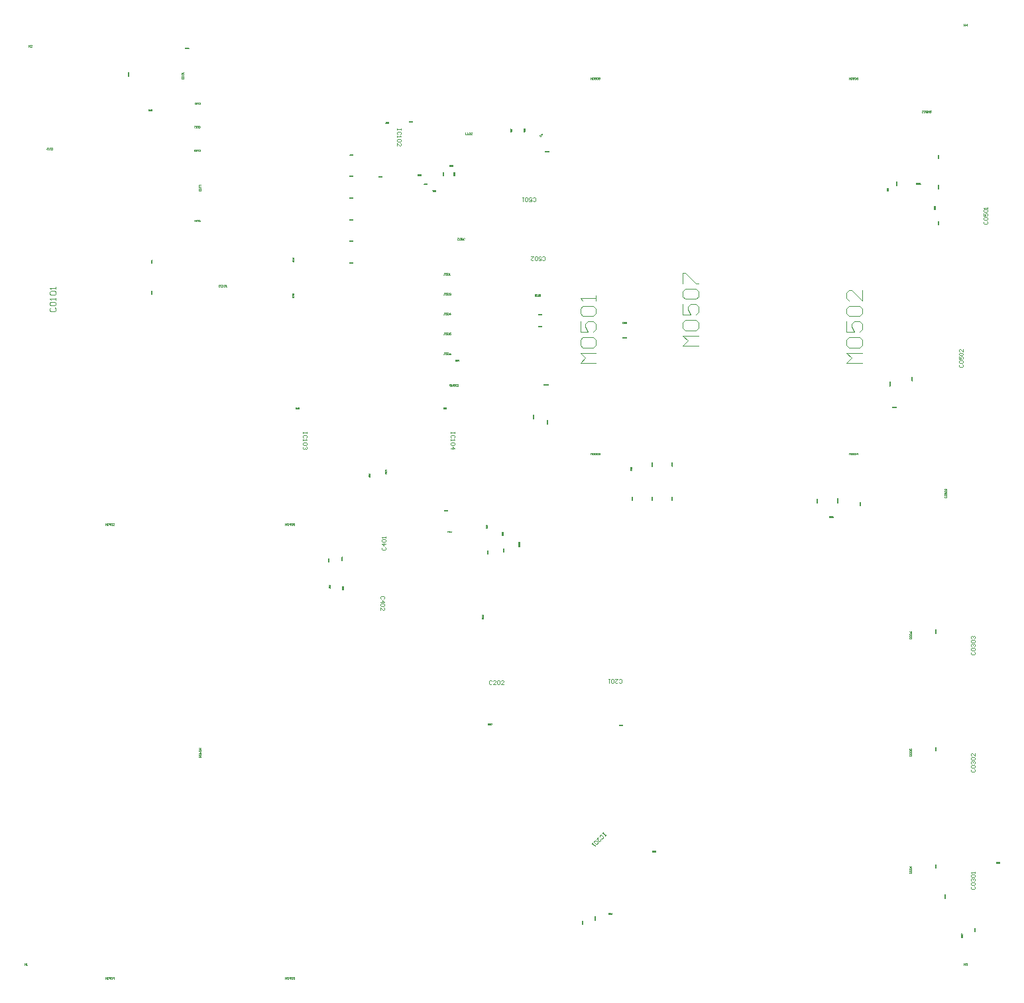
<source format=gbr>
%TF.GenerationSoftware,Altium Limited,Altium Designer,22.1.2 (22)*%
G04 Layer_Color=32768*
%FSLAX26Y26*%
%MOIN*%
%TF.SameCoordinates,4DF63D30-2817-4CE9-9CB3-8786E99D956B*%
%TF.FilePolarity,Positive*%
%TF.FileFunction,Other,Top_Value*%
%TF.Part,Single*%
G01*
G75*
%TA.AperFunction,NonConductor*%
%ADD95C,0.003937*%
%ADD97C,0.001000*%
D95*
X3685700Y5135176D02*
X3688980Y5131896D01*
X3695539D01*
X3698819Y5135176D01*
Y5148295D01*
X3695539Y5151575D01*
X3688980D01*
X3685700Y5148295D01*
X3666021Y5131896D02*
X3679140D01*
Y5141735D01*
X3672581Y5138456D01*
X3669301D01*
X3666021Y5141735D01*
Y5148295D01*
X3669301Y5151575D01*
X3675860D01*
X3679140Y5148295D01*
X3659462Y5135176D02*
X3656182Y5131896D01*
X3649622D01*
X3646343Y5135176D01*
Y5148295D01*
X3649622Y5151575D01*
X3656182D01*
X3659462Y5148295D01*
Y5135176D01*
X3639783Y5151575D02*
X3633224D01*
X3636503D01*
Y5131896D01*
X3639783Y5135176D01*
X3734912Y4839900D02*
X3738192Y4836621D01*
X3744752D01*
X3748032Y4839900D01*
Y4853019D01*
X3744752Y4856299D01*
X3738192D01*
X3734912Y4853019D01*
X3715234Y4836621D02*
X3728353D01*
Y4846460D01*
X3721793Y4843180D01*
X3718514D01*
X3715234Y4846460D01*
Y4853019D01*
X3718514Y4856299D01*
X3725073D01*
X3728353Y4853019D01*
X3708674Y4839900D02*
X3705394Y4836621D01*
X3698835D01*
X3695555Y4839900D01*
Y4853019D01*
X3698835Y4856299D01*
X3705394D01*
X3708674Y4853019D01*
Y4839900D01*
X3675877Y4856299D02*
X3688996D01*
X3675877Y4843180D01*
Y4839900D01*
X3679156Y4836621D01*
X3685716D01*
X3688996Y4839900D01*
X4118771Y2713916D02*
X4122051Y2710636D01*
X4128610D01*
X4131890Y2713916D01*
Y2727035D01*
X4128610Y2730315D01*
X4122051D01*
X4118771Y2727035D01*
X4099092Y2730315D02*
X4112211D01*
X4099092Y2717196D01*
Y2713916D01*
X4102372Y2710636D01*
X4108931D01*
X4112211Y2713916D01*
X4092533D02*
X4089253Y2710636D01*
X4082693D01*
X4079414Y2713916D01*
Y2727035D01*
X4082693Y2730315D01*
X4089253D01*
X4092533Y2727035D01*
Y2713916D01*
X4072854Y2730315D02*
X4066294D01*
X4069574D01*
Y2710636D01*
X4072854Y2713916D01*
X3479655Y2719155D02*
X3476375Y2722434D01*
X3469815D01*
X3466535Y2719155D01*
Y2706036D01*
X3469815Y2702756D01*
X3476375D01*
X3479655Y2706036D01*
X3499333Y2702756D02*
X3486214D01*
X3499333Y2715875D01*
Y2719155D01*
X3496053Y2722434D01*
X3489494D01*
X3486214Y2719155D01*
X3505893D02*
X3509172Y2722434D01*
X3515732D01*
X3519012Y2719155D01*
Y2706036D01*
X3515732Y2702756D01*
X3509172D01*
X3505893Y2706036D01*
Y2719155D01*
X3538690Y2702756D02*
X3525571D01*
X3538690Y2715875D01*
Y2719155D01*
X3535410Y2722434D01*
X3528851D01*
X3525571Y2719155D01*
X2931042Y3392843D02*
X2927762Y3389564D01*
Y3383004D01*
X2931042Y3379724D01*
X2944161D01*
X2947441Y3383004D01*
Y3389564D01*
X2944161Y3392843D01*
X2947441Y3409242D02*
X2927762D01*
X2937602Y3399403D01*
Y3412522D01*
X2931042Y3419082D02*
X2927762Y3422361D01*
Y3428921D01*
X2931042Y3432201D01*
X2944161D01*
X2947441Y3428921D01*
Y3422361D01*
X2944161Y3419082D01*
X2931042D01*
X2947441Y3438760D02*
Y3445320D01*
Y3442040D01*
X2927762D01*
X2931042Y3438760D01*
X2936281Y3134519D02*
X2939561Y3137798D01*
Y3144358D01*
X2936281Y3147638D01*
X2923162D01*
X2919882Y3144358D01*
Y3137798D01*
X2923162Y3134519D01*
X2919882Y3118120D02*
X2939561D01*
X2929721Y3127959D01*
Y3114840D01*
X2936281Y3108281D02*
X2939561Y3105001D01*
Y3098441D01*
X2936281Y3095162D01*
X2923162D01*
X2919882Y3098441D01*
Y3105001D01*
X2923162Y3108281D01*
X2936281D01*
X2919882Y3075483D02*
Y3088602D01*
X2933001Y3075483D01*
X2936281D01*
X2939561Y3078763D01*
Y3085322D01*
X2936281Y3088602D01*
D97*
X5957267Y5032527D02*
X5953987Y5029247D01*
Y5022687D01*
X5957267Y5019408D01*
X5970386D01*
X5973666Y5022687D01*
Y5029247D01*
X5970386Y5032527D01*
X5953987Y5048926D02*
Y5042366D01*
X5957267Y5039086D01*
X5970386D01*
X5973666Y5042366D01*
Y5048926D01*
X5970386Y5052205D01*
X5957267D01*
X5953987Y5048926D01*
Y5071884D02*
Y5058765D01*
X5963826D01*
X5960546Y5065324D01*
Y5068604D01*
X5963826Y5071884D01*
X5970386D01*
X5973666Y5068604D01*
Y5062045D01*
X5970386Y5058765D01*
X5957267Y5078443D02*
X5953987Y5081723D01*
Y5088283D01*
X5957267Y5091562D01*
X5970386D01*
X5973666Y5088283D01*
Y5081723D01*
X5970386Y5078443D01*
X5957267D01*
X5973666Y5098122D02*
Y5104681D01*
Y5101402D01*
X5953987D01*
X5957267Y5098122D01*
X5893050Y2867450D02*
X5889770Y2864170D01*
Y2857610D01*
X5893050Y2854331D01*
X5906169D01*
X5909449Y2857610D01*
Y2864170D01*
X5906169Y2867450D01*
X5889770Y2883849D02*
Y2877289D01*
X5893050Y2874009D01*
X5906169D01*
X5909449Y2877289D01*
Y2883849D01*
X5906169Y2887128D01*
X5893050D01*
X5889770Y2883849D01*
X5893050Y2893688D02*
X5889770Y2896968D01*
Y2903527D01*
X5893050Y2906807D01*
X5896330D01*
X5899609Y2903527D01*
Y2900247D01*
Y2903527D01*
X5902889Y2906807D01*
X5906169D01*
X5909449Y2903527D01*
Y2896968D01*
X5906169Y2893688D01*
X5893050Y2913367D02*
X5889770Y2916646D01*
Y2923206D01*
X5893050Y2926486D01*
X5906169D01*
X5909449Y2923206D01*
Y2916646D01*
X5906169Y2913367D01*
X5893050D01*
Y2933045D02*
X5889770Y2936325D01*
Y2942884D01*
X5893050Y2946164D01*
X5896330D01*
X5899609Y2942884D01*
Y2939605D01*
Y2942884D01*
X5902889Y2946164D01*
X5906169D01*
X5909449Y2942884D01*
Y2936325D01*
X5906169Y2933045D01*
X3619171Y3419291D02*
Y3417625D01*
Y3418458D01*
X3614173D01*
Y3419291D01*
Y3417625D01*
X3618338Y3411794D02*
X3619171Y3412627D01*
Y3414293D01*
X3618338Y3415126D01*
X3615006D01*
X3614173Y3414293D01*
Y3412627D01*
X3615006Y3411794D01*
X3614173Y3410128D02*
Y3408462D01*
Y3409295D01*
X3619171D01*
X3618338Y3410128D01*
Y3405962D02*
X3619171Y3405129D01*
Y3403463D01*
X3618338Y3402630D01*
X3615006D01*
X3614173Y3403463D01*
Y3405129D01*
X3615006Y3405962D01*
X3618338D01*
X3619171Y3397632D02*
Y3400964D01*
X3616672D01*
X3617505Y3399298D01*
Y3398465D01*
X3616672Y3397632D01*
X3615006D01*
X3614173Y3398465D01*
Y3400131D01*
X3615006Y3400964D01*
X3346457Y5478343D02*
Y5468504D01*
X3353016D01*
X3356296D02*
X3359576D01*
X3357936D01*
Y5478343D01*
X3356296Y5476703D01*
X3364495D02*
X3366135Y5478343D01*
X3369415D01*
X3371055Y5476703D01*
Y5470144D01*
X3369415Y5468504D01*
X3366135D01*
X3364495Y5470144D01*
Y5476703D01*
X3380894Y5468504D02*
X3374335D01*
X3380894Y5475063D01*
Y5476703D01*
X3379254Y5478343D01*
X3375975D01*
X3374335Y5476703D01*
X5703663Y5092520D02*
X5708661D01*
Y5095019D01*
X5707828Y5095852D01*
X5704496D01*
X5703663Y5095019D01*
Y5092520D01*
Y5100850D02*
Y5097518D01*
X5706162D01*
X5705329Y5099184D01*
Y5100017D01*
X5706162Y5100850D01*
X5707828D01*
X5708661Y5100017D01*
Y5098351D01*
X5707828Y5097518D01*
X5704496Y5102516D02*
X5703663Y5103350D01*
Y5105016D01*
X5704496Y5105849D01*
X5707828D01*
X5708661Y5105016D01*
Y5103350D01*
X5707828Y5102516D01*
X5704496D01*
X5708661Y5107515D02*
Y5109181D01*
Y5108348D01*
X5703663D01*
X5704496Y5107515D01*
X5215474Y3616142D02*
Y3617808D01*
Y3616975D01*
X5220472D01*
Y3616142D01*
Y3617808D01*
X5216307Y3623639D02*
X5215474Y3622806D01*
Y3621140D01*
X5216307Y3620307D01*
X5219639D01*
X5220472Y3621140D01*
Y3622806D01*
X5219639Y3623639D01*
X5215474Y3628638D02*
Y3625305D01*
X5217973D01*
X5217140Y3626972D01*
Y3627805D01*
X5217973Y3628638D01*
X5219639D01*
X5220472Y3627805D01*
Y3626139D01*
X5219639Y3625305D01*
X5216307Y3630304D02*
X5215474Y3631137D01*
Y3632803D01*
X5216307Y3633636D01*
X5219639D01*
X5220472Y3632803D01*
Y3631137D01*
X5219639Y3630304D01*
X5216307D01*
Y3635302D02*
X5215474Y3636135D01*
Y3637801D01*
X5216307Y3638635D01*
X5217140D01*
X5217973Y3637801D01*
Y3636968D01*
Y3637801D01*
X5218806Y3638635D01*
X5219639D01*
X5220472Y3637801D01*
Y3636135D01*
X5219639Y3635302D01*
X5635827Y5221380D02*
X5632494D01*
X5634161D01*
Y5226378D01*
X5630828D02*
Y5221380D01*
X5628329D01*
X5627496Y5222213D01*
Y5223879D01*
X5628329Y5224712D01*
X5630828D01*
X5629162D02*
X5627496Y5226378D01*
X5622498Y5221380D02*
X5625830D01*
Y5223879D01*
X5624164Y5223046D01*
X5623331D01*
X5622498Y5223879D01*
Y5225545D01*
X5623331Y5226378D01*
X5624997D01*
X5625830Y5225545D01*
X5620832Y5222213D02*
X5619998Y5221380D01*
X5618332D01*
X5617499Y5222213D01*
Y5225545D01*
X5618332Y5226378D01*
X5619998D01*
X5620832Y5225545D01*
Y5222213D01*
X5615833Y5226378D02*
X5614167D01*
X5615000D01*
Y5221380D01*
X5615833Y5222213D01*
X1648545Y5761811D02*
Y5765143D01*
Y5763477D01*
X1653543D01*
Y5766809D02*
X1648545D01*
Y5769309D01*
X1649378Y5770142D01*
X1651044D01*
X1651877Y5769309D01*
Y5766809D01*
Y5768475D02*
X1653543Y5770142D01*
Y5771808D02*
Y5773474D01*
Y5772641D01*
X1648545D01*
X1649378Y5771808D01*
Y5775973D02*
X1648545Y5776806D01*
Y5778472D01*
X1649378Y5779305D01*
X1652710D01*
X1653543Y5778472D01*
Y5776806D01*
X1652710Y5775973D01*
X1649378D01*
X1653543Y5780971D02*
Y5782638D01*
Y5781805D01*
X1648545D01*
X1649378Y5780971D01*
X5580712Y2933071D02*
X5590551D01*
Y2937991D01*
X5588911Y2939630D01*
X5582352D01*
X5580712Y2937991D01*
Y2933071D01*
X5590551Y2949470D02*
Y2942910D01*
X5583992Y2949470D01*
X5582352D01*
X5580712Y2947830D01*
Y2944550D01*
X5582352Y2942910D01*
Y2952749D02*
X5580712Y2954389D01*
Y2957669D01*
X5582352Y2959309D01*
X5588911D01*
X5590551Y2957669D01*
Y2954389D01*
X5588911Y2952749D01*
X5582352D01*
X5580712Y2969148D02*
X5582352Y2965869D01*
X5585632Y2962589D01*
X5588911D01*
X5590551Y2964229D01*
Y2967508D01*
X5588911Y2969148D01*
X5587271D01*
X5585632Y2967508D01*
Y2962589D01*
X1919295Y5750984D02*
X1929134D01*
Y5755904D01*
X1927494Y5757544D01*
X1920935D01*
X1919295Y5755904D01*
Y5750984D01*
X1929134Y5760824D02*
Y5764103D01*
Y5762463D01*
X1919295D01*
X1920935Y5760824D01*
Y5769023D02*
X1919295Y5770663D01*
Y5773943D01*
X1920935Y5775582D01*
X1927494D01*
X1929134Y5773943D01*
Y5770663D01*
X1927494Y5769023D01*
X1920935D01*
X1929134Y5778862D02*
Y5782142D01*
Y5780502D01*
X1919295D01*
X1920935Y5778862D01*
X3021962Y5500000D02*
Y5493336D01*
Y5496668D01*
X3001968D01*
Y5500000D01*
Y5493336D01*
X3018630Y5470010D02*
X3021962Y5473342D01*
Y5480006D01*
X3018630Y5483339D01*
X3005301D01*
X3001968Y5480006D01*
Y5473342D01*
X3005301Y5470010D01*
X3001968Y5463345D02*
Y5456681D01*
Y5460013D01*
X3021962D01*
X3018630Y5463345D01*
Y5446684D02*
X3021962Y5443352D01*
Y5436687D01*
X3018630Y5433355D01*
X3005301D01*
X3001968Y5436687D01*
Y5443352D01*
X3005301Y5446684D01*
X3018630D01*
X3001968Y5413361D02*
Y5426690D01*
X3015298Y5413361D01*
X3018630D01*
X3021962Y5416694D01*
Y5423358D01*
X3018630Y5426690D01*
X1262803Y4598419D02*
X1257883Y4593499D01*
Y4583660D01*
X1262803Y4578740D01*
X1282482D01*
X1287402Y4583660D01*
Y4593499D01*
X1282482Y4598419D01*
X1257883Y4623017D02*
Y4613178D01*
X1262803Y4608258D01*
X1282482D01*
X1287402Y4613178D01*
Y4623017D01*
X1282482Y4627937D01*
X1262803D01*
X1257883Y4623017D01*
X1287402Y4637776D02*
Y4647616D01*
Y4642696D01*
X1257883D01*
X1262803Y4637776D01*
Y4662375D02*
X1257883Y4667294D01*
Y4677134D01*
X1262803Y4682053D01*
X1282482D01*
X1287402Y4677134D01*
Y4667294D01*
X1282482Y4662375D01*
X1262803D01*
X1287402Y4691893D02*
Y4701732D01*
Y4696812D01*
X1257883D01*
X1262803Y4691893D01*
X2106299Y4714564D02*
X2109579D01*
X2107939D01*
Y4704724D01*
X2106299D01*
X2109579D01*
X2121058Y4712924D02*
X2119418Y4714564D01*
X2116139D01*
X2114499Y4712924D01*
Y4706364D01*
X2116139Y4704724D01*
X2119418D01*
X2121058Y4706364D01*
X2124338Y4704724D02*
X2127618D01*
X2125978D01*
Y4714564D01*
X2124338Y4712924D01*
X2132537D02*
X2134177Y4714564D01*
X2137457D01*
X2139097Y4712924D01*
Y4706364D01*
X2137457Y4704724D01*
X2134177D01*
X2132537Y4706364D01*
Y4712924D01*
X2142377Y4704724D02*
X2145656D01*
X2144017D01*
Y4714564D01*
X2142377Y4712924D01*
X4066929Y1547244D02*
Y1552243D01*
X4069428D01*
X4070262Y1551409D01*
Y1549743D01*
X4069428Y1548910D01*
X4066929D01*
X4068595D02*
X4070262Y1547244D01*
X4075260D02*
X4071928D01*
X4075260Y1550576D01*
Y1551409D01*
X4074427Y1552243D01*
X4072761D01*
X4071928Y1551409D01*
X4076926Y1547244D02*
X4078592D01*
X4077759D01*
Y1552243D01*
X4076926Y1551409D01*
X4083590Y1547244D02*
Y1552243D01*
X4081091Y1549743D01*
X4084424D01*
X4303150Y1866142D02*
Y1861143D01*
X4300650D01*
X4299817Y1861976D01*
Y1863642D01*
X4300650Y1864476D01*
X4303150D01*
X4301484D02*
X4299817Y1866142D01*
X4294819D02*
X4298151D01*
X4294819Y1862809D01*
Y1861976D01*
X4295652Y1861143D01*
X4297318D01*
X4298151Y1861976D01*
X4293153Y1866142D02*
X4291487D01*
X4292320D01*
Y1861143D01*
X4293153Y1861976D01*
X4285655Y1861143D02*
X4288988D01*
Y1863642D01*
X4287321Y1862809D01*
X4286488D01*
X4285655Y1863642D01*
Y1865309D01*
X4286488Y1866142D01*
X4288154D01*
X4288988Y1865309D01*
X4054322Y1945446D02*
X4049684Y1940808D01*
X4052003Y1943127D01*
X4038088Y1957042D01*
X4040407Y1959361D01*
X4035769Y1954723D01*
X4031131Y1926893D02*
X4035769Y1926893D01*
X4040407Y1931531D01*
X4040407Y1936169D01*
X4031131Y1945446D01*
X4026492D01*
X4021854Y1940808D01*
Y1936169D01*
X4005620Y1924574D02*
X4014897Y1933850D01*
Y1915297D01*
X4017216Y1912978D01*
X4021854D01*
X4026492Y1917616D01*
Y1922255D01*
X4012578Y1908340D02*
X4012578Y1903701D01*
X4007939Y1899063D01*
X4003301Y1899063D01*
X3994024Y1908340D01*
Y1912978D01*
X3998663Y1917616D01*
X4003301D01*
X4012578Y1908340D01*
X3987067Y1906021D02*
X3982429Y1901382D01*
X3984748Y1903701D01*
X3998663Y1889786D01*
X3998663Y1894425D01*
X1246717Y5403540D02*
X1243437D01*
X1245077D01*
Y5395341D01*
X1243437Y5393701D01*
X1241797D01*
X1240158Y5395341D01*
X1249997Y5393701D02*
X1253277D01*
X1251637D01*
Y5403540D01*
X1249997Y5401900D01*
X1258196D02*
X1259836Y5403540D01*
X1263116D01*
X1264756Y5401900D01*
Y5395341D01*
X1263116Y5393701D01*
X1259836D01*
X1258196Y5395341D01*
Y5401900D01*
X1268035Y5393701D02*
X1271315D01*
X1269675D01*
Y5403540D01*
X1268035Y5401900D01*
X5682417Y5582352D02*
X5684057Y5580712D01*
X5687336D01*
X5688976Y5582352D01*
Y5583992D01*
X5687336Y5585632D01*
X5684057D01*
X5682417Y5587271D01*
Y5588911D01*
X5684057Y5590551D01*
X5687336D01*
X5688976Y5588911D01*
X5679137Y5580712D02*
Y5590551D01*
X5675857Y5587271D01*
X5672578Y5590551D01*
Y5580712D01*
X5662738D02*
X5669298D01*
Y5585632D01*
X5666018Y5583992D01*
X5664378D01*
X5662738Y5585632D01*
Y5588911D01*
X5664378Y5590551D01*
X5667658D01*
X5669298Y5588911D01*
X5659458Y5582352D02*
X5657819Y5580712D01*
X5654539D01*
X5652899Y5582352D01*
Y5588911D01*
X5654539Y5590551D01*
X5657819D01*
X5659458Y5588911D01*
Y5582352D01*
X5643060Y5590551D02*
X5649619D01*
X5643060Y5583992D01*
Y5582352D01*
X5644699Y5580712D01*
X5647979D01*
X5649619Y5582352D01*
X2017713Y5216535D02*
X2007874D01*
Y5209976D01*
Y5206696D02*
Y5203416D01*
Y5205056D01*
X2017713D01*
X2016073Y5206696D01*
Y5198497D02*
X2017713Y5196857D01*
Y5193577D01*
X2016073Y5191937D01*
X2009514D01*
X2007874Y5193577D01*
Y5196857D01*
X2009514Y5198497D01*
X2016073D01*
X2007874Y5188657D02*
Y5185378D01*
Y5187017D01*
X2017713D01*
X2016073Y5188657D01*
X3293301Y3972441D02*
Y3965881D01*
Y3969161D01*
X3273622D01*
Y3972441D01*
Y3965881D01*
X3290021Y3942923D02*
X3293301Y3946203D01*
Y3952762D01*
X3290021Y3956042D01*
X3276902D01*
X3273622Y3952762D01*
Y3946203D01*
X3276902Y3942923D01*
X3273622Y3936363D02*
Y3929804D01*
Y3933084D01*
X3293301D01*
X3290021Y3936363D01*
Y3919965D02*
X3293301Y3916685D01*
Y3910125D01*
X3290021Y3906845D01*
X3276902D01*
X3273622Y3910125D01*
Y3916685D01*
X3276902Y3919965D01*
X3290021D01*
X3273622Y3890447D02*
X3293301D01*
X3283461Y3900286D01*
Y3887167D01*
X5723348Y5348425D02*
X5728346D01*
Y5350924D01*
X5727513Y5351757D01*
X5724181D01*
X5723348Y5350924D01*
Y5348425D01*
Y5356756D02*
Y5353423D01*
X5725847D01*
X5725014Y5355090D01*
Y5355923D01*
X5725847Y5356756D01*
X5727513D01*
X5728346Y5355923D01*
Y5354257D01*
X5727513Y5353423D01*
X5724181Y5358422D02*
X5723348Y5359255D01*
Y5360921D01*
X5724181Y5361754D01*
X5727513D01*
X5728346Y5360921D01*
Y5359255D01*
X5727513Y5358422D01*
X5724181D01*
X5723348Y5366753D02*
X5724181Y5365086D01*
X5725847Y5363420D01*
X5727513D01*
X5728346Y5364253D01*
Y5365919D01*
X5727513Y5366753D01*
X5726680D01*
X5725847Y5365919D01*
Y5363420D01*
X5854331Y6025587D02*
Y6015748D01*
Y6020668D01*
X5860890D01*
Y6025587D01*
Y6015748D01*
X5869090D02*
Y6025587D01*
X5864170Y6020668D01*
X5870730D01*
X5833995Y4312332D02*
X5830715Y4309052D01*
Y4302492D01*
X5833995Y4299213D01*
X5847114D01*
X5850394Y4302492D01*
Y4309052D01*
X5847114Y4312332D01*
X5830715Y4328730D02*
Y4322171D01*
X5833995Y4318891D01*
X5847114D01*
X5850394Y4322171D01*
Y4328730D01*
X5847114Y4332010D01*
X5833995D01*
X5830715Y4328730D01*
Y4351689D02*
Y4338570D01*
X5840554D01*
X5837275Y4345129D01*
Y4348409D01*
X5840554Y4351689D01*
X5847114D01*
X5850394Y4348409D01*
Y4341850D01*
X5847114Y4338570D01*
X5833995Y4358248D02*
X5830715Y4361528D01*
Y4368088D01*
X5833995Y4371368D01*
X5847114D01*
X5850394Y4368088D01*
Y4361528D01*
X5847114Y4358248D01*
X5833995D01*
X5850394Y4391046D02*
Y4377927D01*
X5837275Y4391046D01*
X5833995D01*
X5830715Y4387766D01*
Y4381207D01*
X5833995Y4377927D01*
X3437006Y3049214D02*
Y3053150D01*
X3434054D01*
Y3051182D01*
Y3053150D01*
X3431102D01*
Y3047246D02*
Y3045278D01*
Y3046262D01*
X3437006D01*
X3436022Y3047246D01*
Y3042326D02*
X3437006Y3041342D01*
Y3039374D01*
X3436022Y3038391D01*
X3432086D01*
X3431102Y3039374D01*
Y3041342D01*
X3432086Y3042326D01*
X3436022D01*
X3437006Y3032487D02*
Y3036423D01*
X3434054D01*
X3435038Y3034455D01*
Y3033471D01*
X3434054Y3032487D01*
X3432086D01*
X3431102Y3033471D01*
Y3035439D01*
X3432086Y3036423D01*
X2440945Y3503937D02*
Y3513776D01*
X2444225Y3510497D01*
X2447504Y3513776D01*
Y3503937D01*
X2455704Y3513776D02*
X2452424D01*
X2450784Y3512136D01*
Y3505577D01*
X2452424Y3503937D01*
X2455704D01*
X2457344Y3505577D01*
Y3512136D01*
X2455704Y3513776D01*
X2465543Y3503937D02*
Y3513776D01*
X2460624Y3508857D01*
X2467183D01*
X2470463Y3512136D02*
X2472103Y3513776D01*
X2475383D01*
X2477022Y3512136D01*
Y3505577D01*
X2475383Y3503937D01*
X2472103D01*
X2470463Y3505577D01*
Y3512136D01*
X2486862Y3513776D02*
X2480302D01*
Y3508857D01*
X2483582Y3510497D01*
X2485222D01*
X2486862Y3508857D01*
Y3505577D01*
X2485222Y3503937D01*
X2481942D01*
X2480302Y3505577D01*
X5342520Y4318898D02*
X5263805D01*
X5290043Y4345136D01*
X5263805Y4371374D01*
X5342520D01*
X5263805Y4436970D02*
Y4410732D01*
X5276924Y4397613D01*
X5329401D01*
X5342520Y4410732D01*
Y4436970D01*
X5329401Y4450089D01*
X5276924D01*
X5263805Y4436970D01*
Y4528804D02*
Y4476327D01*
X5303162D01*
X5290043Y4502565D01*
Y4515685D01*
X5303162Y4528804D01*
X5329401D01*
X5342520Y4515685D01*
Y4489446D01*
X5329401Y4476327D01*
X5276924Y4555042D02*
X5263805Y4568161D01*
Y4594400D01*
X5276924Y4607519D01*
X5329401D01*
X5342520Y4594400D01*
Y4568161D01*
X5329401Y4555042D01*
X5276924D01*
X5342520Y4686233D02*
Y4633757D01*
X5290043Y4686233D01*
X5276924D01*
X5263805Y4673114D01*
Y4646876D01*
X5276924Y4633757D01*
X4003937Y4318898D02*
X3925222D01*
X3951461Y4345136D01*
X3925222Y4371374D01*
X4003937D01*
X3925222Y4436970D02*
Y4410732D01*
X3938341Y4397613D01*
X3990818D01*
X4003937Y4410732D01*
Y4436970D01*
X3990818Y4450089D01*
X3938341D01*
X3925222Y4436970D01*
Y4528804D02*
Y4476327D01*
X3964580D01*
X3951461Y4502565D01*
Y4515685D01*
X3964580Y4528804D01*
X3990818D01*
X4003937Y4515685D01*
Y4489446D01*
X3990818Y4476327D01*
X3938341Y4555042D02*
X3925222Y4568161D01*
Y4594400D01*
X3938341Y4607519D01*
X3990818D01*
X4003937Y4594400D01*
Y4568161D01*
X3990818Y4555042D01*
X3938341D01*
X4003937Y4633757D02*
Y4659995D01*
Y4646876D01*
X3925222D01*
X3938341Y4633757D01*
X2479332Y4834644D02*
X2478348Y4833660D01*
Y4831693D01*
X2479332Y4830709D01*
X2483268D01*
X2484252Y4831693D01*
Y4833660D01*
X2483268Y4834644D01*
X2484252Y4836612D02*
Y4838580D01*
Y4837596D01*
X2478348D01*
X2479332Y4836612D01*
Y4841532D02*
X2478348Y4842516D01*
Y4844484D01*
X2479332Y4845468D01*
X2483268D01*
X2484252Y4844484D01*
Y4842516D01*
X2483268Y4841532D01*
X2479332D01*
X2478348Y4851371D02*
X2479332Y4849403D01*
X2481300Y4847435D01*
X2483268D01*
X2484252Y4848419D01*
Y4850387D01*
X2483268Y4851371D01*
X2482284D01*
X2481300Y4850387D01*
Y4847435D01*
X2776195Y5365900D02*
X2777028Y5365066D01*
X2778694D01*
X2779528Y5365900D01*
Y5369232D01*
X2778694Y5370065D01*
X2777028D01*
X2776195Y5369232D01*
X2774529Y5370065D02*
X2772863D01*
X2773696D01*
Y5365066D01*
X2774529Y5365900D01*
X2767032Y5370065D02*
X2770364D01*
X2767032Y5366733D01*
Y5365900D01*
X2767865Y5365066D01*
X2769531D01*
X2770364Y5365900D01*
X2765365Y5365066D02*
X2762033D01*
Y5365900D01*
X2765365Y5369232D01*
Y5370065D01*
X5330480Y3605695D02*
X5329647Y3604861D01*
Y3603195D01*
X5330480Y3602362D01*
X5333813D01*
X5334646Y3603195D01*
Y3604861D01*
X5333813Y3605695D01*
X5329647Y3610693D02*
Y3607361D01*
X5332146D01*
X5331313Y3609027D01*
Y3609860D01*
X5332146Y3610693D01*
X5333813D01*
X5334646Y3609860D01*
Y3608194D01*
X5333813Y3607361D01*
X5330480Y3612359D02*
X5329647Y3613192D01*
Y3614858D01*
X5330480Y3615691D01*
X5333813D01*
X5334646Y3614858D01*
Y3613192D01*
X5333813Y3612359D01*
X5330480D01*
X5333813Y3617357D02*
X5334646Y3618191D01*
Y3619857D01*
X5333813Y3620690D01*
X5330480D01*
X5329647Y3619857D01*
Y3618191D01*
X5330480Y3617357D01*
X5331313D01*
X5332146Y3618191D01*
Y3620690D01*
X3291567Y5276195D02*
X3292400Y5277028D01*
Y5278694D01*
X3291567Y5279528D01*
X3288235D01*
X3287402Y5278694D01*
Y5277028D01*
X3288235Y5276195D01*
X3287402Y5274529D02*
Y5272863D01*
Y5273696D01*
X3292400D01*
X3291567Y5274529D01*
Y5270364D02*
X3292400Y5269531D01*
Y5267865D01*
X3291567Y5267032D01*
X3290734D01*
X3289901Y5267865D01*
Y5268698D01*
Y5267865D01*
X3289068Y5267032D01*
X3288235D01*
X3287402Y5267865D01*
Y5269531D01*
X3288235Y5270364D01*
X3291567Y5265365D02*
X3292400Y5264532D01*
Y5262866D01*
X3291567Y5262033D01*
X3288235D01*
X3287402Y5262866D01*
Y5264532D01*
X3288235Y5265365D01*
X3291567D01*
X5759517Y3648292D02*
X5757877Y3646652D01*
Y3643372D01*
X5759517Y3641732D01*
X5766077D01*
X5767717Y3643372D01*
Y3646652D01*
X5766077Y3648292D01*
X5757877Y3656491D02*
Y3653211D01*
X5759517Y3651572D01*
X5766077D01*
X5767717Y3653211D01*
Y3656491D01*
X5766077Y3658131D01*
X5759517D01*
X5757877Y3656491D01*
Y3667970D02*
Y3661411D01*
X5762797D01*
X5761157Y3664691D01*
Y3666331D01*
X5762797Y3667970D01*
X5766077D01*
X5767717Y3666331D01*
Y3663051D01*
X5766077Y3661411D01*
X5759517Y3671250D02*
X5757877Y3672890D01*
Y3676170D01*
X5759517Y3677810D01*
X5766077D01*
X5767717Y3676170D01*
Y3672890D01*
X5766077Y3671250D01*
X5759517D01*
Y3681090D02*
X5757877Y3682729D01*
Y3686009D01*
X5759517Y3687649D01*
X5761157D01*
X5762797Y3686009D01*
Y3684369D01*
Y3686009D01*
X5764437Y3687649D01*
X5766077D01*
X5767717Y3686009D01*
Y3682729D01*
X5766077Y3681090D01*
X3243370Y4372831D02*
X3240091D01*
X3241731D01*
Y4364632D01*
X3240091Y4362992D01*
X3238451D01*
X3236811Y4364632D01*
X3253210Y4372831D02*
X3246650D01*
Y4367912D01*
X3249930Y4369552D01*
X3251570D01*
X3253210Y4367912D01*
Y4364632D01*
X3251570Y4362992D01*
X3248290D01*
X3246650Y4364632D01*
X3256490Y4371191D02*
X3258130Y4372831D01*
X3261409D01*
X3263049Y4371191D01*
Y4364632D01*
X3261409Y4362992D01*
X3258130D01*
X3256490Y4364632D01*
Y4371191D01*
X3272888Y4372831D02*
X3269609Y4371191D01*
X3266329Y4367912D01*
Y4364632D01*
X3267969Y4362992D01*
X3271249D01*
X3272888Y4364632D01*
Y4366272D01*
X3271249Y4367912D01*
X3266329D01*
X4134463Y2495835D02*
X4135296Y2495002D01*
X4136962D01*
X4137795Y2495835D01*
Y2499167D01*
X4136962Y2500000D01*
X4135296D01*
X4134463Y2499167D01*
X4129465Y2500000D02*
X4132797D01*
X4129465Y2496668D01*
Y2495835D01*
X4130298Y2495002D01*
X4131964D01*
X4132797Y2495835D01*
X4127798D02*
X4126965Y2495002D01*
X4125299D01*
X4124466Y2495835D01*
Y2499167D01*
X4125299Y2500000D01*
X4126965D01*
X4127798Y2499167D01*
Y2495835D01*
X4122800D02*
X4121967Y2495002D01*
X4120301D01*
X4119468Y2495835D01*
Y2496668D01*
X4120301Y2497501D01*
X4121134D01*
X4120301D01*
X4119468Y2498334D01*
Y2499167D01*
X4120301Y2500000D01*
X4121967D01*
X4122800Y2499167D01*
X3463962Y2504165D02*
X3463129Y2504998D01*
X3461463D01*
X3460630Y2504165D01*
Y2500833D01*
X3461463Y2500000D01*
X3463129D01*
X3463962Y2500833D01*
X3468961Y2500000D02*
X3465628D01*
X3468961Y2503332D01*
Y2504165D01*
X3468128Y2504998D01*
X3466461D01*
X3465628Y2504165D01*
X3470627D02*
X3471460Y2504998D01*
X3473126D01*
X3473959Y2504165D01*
Y2500833D01*
X3473126Y2500000D01*
X3471460D01*
X3470627Y2500833D01*
Y2504165D01*
X3475625Y2504998D02*
X3478957D01*
Y2504165D01*
X3475625Y2500833D01*
Y2500000D01*
X2724181Y3330104D02*
X2723348Y3329271D01*
Y3327605D01*
X2724181Y3326772D01*
X2727513D01*
X2728346Y3327605D01*
Y3329271D01*
X2727513Y3330104D01*
X2728346Y3334269D02*
X2723348D01*
X2725847Y3331770D01*
Y3335102D01*
X2724181Y3336768D02*
X2723348Y3337602D01*
Y3339268D01*
X2724181Y3340101D01*
X2727513D01*
X2728346Y3339268D01*
Y3337602D01*
X2727513Y3336768D01*
X2724181D01*
X2728346Y3344266D02*
X2723348D01*
X2725847Y3341767D01*
Y3345099D01*
X2732512Y3193518D02*
X2733345Y3194351D01*
Y3196017D01*
X2732512Y3196850D01*
X2729180D01*
X2728347Y3196017D01*
Y3194351D01*
X2729180Y3193518D01*
X2728347Y3189353D02*
X2733345D01*
X2730846Y3191852D01*
Y3188520D01*
X2732512Y3186854D02*
X2733345Y3186020D01*
Y3184354D01*
X2732512Y3183521D01*
X2729180D01*
X2728347Y3184354D01*
Y3186020D01*
X2729180Y3186854D01*
X2732512D01*
X2733345Y3178523D02*
Y3181855D01*
X2730846D01*
X2731679Y3180189D01*
Y3179356D01*
X2730846Y3178523D01*
X2729180D01*
X2728347Y3179356D01*
Y3181022D01*
X2729180Y3181855D01*
X2657252Y3322230D02*
X2656419Y3321397D01*
Y3319731D01*
X2657252Y3318898D01*
X2660584D01*
X2661417Y3319731D01*
Y3321397D01*
X2660584Y3322230D01*
X2661417Y3326395D02*
X2656419D01*
X2658918Y3323896D01*
Y3327228D01*
X2657252Y3328894D02*
X2656419Y3329727D01*
Y3331394D01*
X2657252Y3332227D01*
X2660584D01*
X2661417Y3331394D01*
Y3329727D01*
X2660584Y3328894D01*
X2657252D01*
X2656419Y3337225D02*
X2657252Y3335559D01*
X2658918Y3333893D01*
X2660584D01*
X2661417Y3334726D01*
Y3336392D01*
X2660584Y3337225D01*
X2659751D01*
X2658918Y3336392D01*
Y3333893D01*
X2665583Y3201392D02*
X2666416Y3202225D01*
Y3203891D01*
X2665583Y3204724D01*
X2662250D01*
X2661417Y3203891D01*
Y3202225D01*
X2662250Y3201392D01*
X2661417Y3197227D02*
X2666416D01*
X2663916Y3199726D01*
Y3196394D01*
X2665583Y3194728D02*
X2666416Y3193894D01*
Y3192228D01*
X2665583Y3191395D01*
X2662250D01*
X2661417Y3192228D01*
Y3193894D01*
X2662250Y3194728D01*
X2665583D01*
X2666416Y3189729D02*
Y3186397D01*
X2665583D01*
X2662250Y3189729D01*
X2661417D01*
X3719162Y4658795D02*
X3720474Y4657483D01*
X3723098D01*
X3724410Y4658795D01*
Y4664042D01*
X3723098Y4665354D01*
X3720474D01*
X3719162Y4664042D01*
X3711290Y4657483D02*
X3716538D01*
Y4661419D01*
X3713914Y4660107D01*
X3712602D01*
X3711290Y4661419D01*
Y4664042D01*
X3712602Y4665354D01*
X3715226D01*
X3716538Y4664042D01*
X3708666Y4658795D02*
X3707355Y4657483D01*
X3704731D01*
X3703419Y4658795D01*
Y4664042D01*
X3704731Y4665354D01*
X3707355D01*
X3708666Y4664042D01*
Y4658795D01*
X3700795D02*
X3699483Y4657483D01*
X3696859D01*
X3695547Y4658795D01*
Y4660107D01*
X3696859Y4661419D01*
X3698171D01*
X3696859D01*
X3695547Y4662730D01*
Y4664042D01*
X3696859Y4665354D01*
X3699483D01*
X3700795Y4664042D01*
X3726983Y4562764D02*
X3727816Y4561931D01*
X3729482D01*
X3730315Y4562764D01*
Y4566096D01*
X3729482Y4566929D01*
X3727816D01*
X3726983Y4566096D01*
X3721984Y4561931D02*
X3725316D01*
Y4564430D01*
X3723650Y4563597D01*
X3722817D01*
X3721984Y4564430D01*
Y4566096D01*
X3722817Y4566929D01*
X3724483D01*
X3725316Y4566096D01*
X3720318Y4562764D02*
X3719485Y4561931D01*
X3717819D01*
X3716986Y4562764D01*
Y4566096D01*
X3717819Y4566929D01*
X3719485D01*
X3720318Y4566096D01*
Y4562764D01*
X3712820Y4566929D02*
Y4561931D01*
X3715320Y4564430D01*
X3711987D01*
X3726983Y4503709D02*
X3727816Y4502876D01*
X3729482D01*
X3730315Y4503709D01*
Y4507041D01*
X3729482Y4507874D01*
X3727816D01*
X3726983Y4507041D01*
X3721984Y4502876D02*
X3725316D01*
Y4505375D01*
X3723650Y4504542D01*
X3722817D01*
X3721984Y4505375D01*
Y4507041D01*
X3722817Y4507874D01*
X3724483D01*
X3725316Y4507041D01*
X3720318Y4503709D02*
X3719485Y4502876D01*
X3717819D01*
X3716986Y4503709D01*
Y4507041D01*
X3717819Y4507874D01*
X3719485D01*
X3720318Y4507041D01*
Y4503709D01*
X3711987Y4502876D02*
X3715320D01*
Y4505375D01*
X3713654Y4504542D01*
X3712820D01*
X3711987Y4505375D01*
Y4507041D01*
X3712820Y4507874D01*
X3714487D01*
X3715320Y4507041D01*
X5509660Y4095835D02*
X5510493Y4095002D01*
X5512159D01*
X5512992Y4095835D01*
Y4099167D01*
X5512159Y4100000D01*
X5510493D01*
X5509660Y4099167D01*
X5504661Y4095002D02*
X5507994D01*
Y4097501D01*
X5506328Y4096668D01*
X5505494D01*
X5504661Y4097501D01*
Y4099167D01*
X5505494Y4100000D01*
X5507160D01*
X5507994Y4099167D01*
X5502995Y4095835D02*
X5502162Y4095002D01*
X5500496D01*
X5499663Y4095835D01*
Y4099167D01*
X5500496Y4100000D01*
X5502162D01*
X5502995Y4099167D01*
Y4095835D01*
X5494664Y4095002D02*
X5496331Y4095835D01*
X5497997Y4097501D01*
Y4099167D01*
X5497164Y4100000D01*
X5495498D01*
X5494664Y4099167D01*
Y4098334D01*
X5495498Y4097501D01*
X5497997D01*
X5593535Y4245290D02*
X5594368Y4246123D01*
Y4247789D01*
X5593535Y4248622D01*
X5590203D01*
X5589370Y4247789D01*
Y4246123D01*
X5590203Y4245290D01*
X5594368Y4240291D02*
Y4243624D01*
X5591869D01*
X5592702Y4241958D01*
Y4241124D01*
X5591869Y4240291D01*
X5590203D01*
X5589370Y4241124D01*
Y4242791D01*
X5590203Y4243624D01*
X5593535Y4238625D02*
X5594368Y4237792D01*
Y4236126D01*
X5593535Y4235293D01*
X5590203D01*
X5589370Y4236126D01*
Y4237792D01*
X5590203Y4238625D01*
X5593535D01*
X5594368Y4233627D02*
Y4230294D01*
X5593535D01*
X5590203Y4233627D01*
X5589370D01*
X5893050Y1686347D02*
X5889770Y1683068D01*
Y1676508D01*
X5893050Y1673228D01*
X5906169D01*
X5909449Y1676508D01*
Y1683068D01*
X5906169Y1686347D01*
X5889770Y1702746D02*
Y1696187D01*
X5893050Y1692907D01*
X5906169D01*
X5909449Y1696187D01*
Y1702746D01*
X5906169Y1706026D01*
X5893050D01*
X5889770Y1702746D01*
X5893050Y1712585D02*
X5889770Y1715865D01*
Y1722425D01*
X5893050Y1725705D01*
X5896330D01*
X5899609Y1722425D01*
Y1719145D01*
Y1722425D01*
X5902889Y1725705D01*
X5906169D01*
X5909449Y1722425D01*
Y1715865D01*
X5906169Y1712585D01*
X5893050Y1732264D02*
X5889770Y1735544D01*
Y1742103D01*
X5893050Y1745383D01*
X5906169D01*
X5909449Y1742103D01*
Y1735544D01*
X5906169Y1732264D01*
X5893050D01*
X5909449Y1751943D02*
Y1758502D01*
Y1755223D01*
X5889770D01*
X5893050Y1751943D01*
Y2276899D02*
X5889770Y2273619D01*
Y2267059D01*
X5893050Y2263780D01*
X5906169D01*
X5909449Y2267059D01*
Y2273619D01*
X5906169Y2276899D01*
X5889770Y2293297D02*
Y2286738D01*
X5893050Y2283458D01*
X5906169D01*
X5909449Y2286738D01*
Y2293297D01*
X5906169Y2296577D01*
X5893050D01*
X5889770Y2293297D01*
X5893050Y2303137D02*
X5889770Y2306416D01*
Y2312976D01*
X5893050Y2316256D01*
X5896330D01*
X5899609Y2312976D01*
Y2309696D01*
Y2312976D01*
X5902889Y2316256D01*
X5906169D01*
X5909449Y2312976D01*
Y2306416D01*
X5906169Y2303137D01*
X5893050Y2322815D02*
X5889770Y2326095D01*
Y2332655D01*
X5893050Y2335934D01*
X5906169D01*
X5909449Y2332655D01*
Y2326095D01*
X5906169Y2322815D01*
X5893050D01*
X5909449Y2355613D02*
Y2342494D01*
X5896330Y2355613D01*
X5893050D01*
X5889770Y2352333D01*
Y2345774D01*
X5893050Y2342494D01*
X5713660Y1797244D02*
X5708661D01*
Y1794745D01*
X5709494Y1793912D01*
X5712827D01*
X5713660Y1794745D01*
Y1797244D01*
X5708661Y1788913D02*
Y1792246D01*
X5711994Y1788913D01*
X5712827D01*
X5713660Y1789746D01*
Y1791413D01*
X5712827Y1792246D01*
Y1787247D02*
X5713660Y1786414D01*
Y1784748D01*
X5712827Y1783915D01*
X5709494D01*
X5708661Y1784748D01*
Y1786414D01*
X5709494Y1787247D01*
X5712827D01*
X5708661Y1782249D02*
Y1780583D01*
Y1781416D01*
X5713660D01*
X5712827Y1782249D01*
X5713660Y2387795D02*
X5708661D01*
Y2385296D01*
X5709494Y2384463D01*
X5712827D01*
X5713660Y2385296D01*
Y2387795D01*
X5708661Y2379465D02*
Y2382797D01*
X5711994Y2379465D01*
X5712827D01*
X5713660Y2380298D01*
Y2381964D01*
X5712827Y2382797D01*
Y2377798D02*
X5713660Y2376965D01*
Y2375299D01*
X5712827Y2374466D01*
X5709494D01*
X5708661Y2375299D01*
Y2376965D01*
X5709494Y2377798D01*
X5712827D01*
X5708661Y2369468D02*
Y2372800D01*
X5711994Y2369468D01*
X5712827D01*
X5713660Y2370301D01*
Y2371967D01*
X5712827Y2372800D01*
X5713660Y2978347D02*
X5708661D01*
Y2975847D01*
X5709494Y2975014D01*
X5712827D01*
X5713660Y2975847D01*
Y2978347D01*
X5708661Y2970016D02*
Y2973348D01*
X5711994Y2970016D01*
X5712827D01*
X5713660Y2970849D01*
Y2972515D01*
X5712827Y2973348D01*
Y2968350D02*
X5713660Y2967517D01*
Y2965851D01*
X5712827Y2965017D01*
X5709494D01*
X5708661Y2965851D01*
Y2967517D01*
X5709494Y2968350D01*
X5712827D01*
Y2963351D02*
X5713660Y2962518D01*
Y2960852D01*
X5712827Y2960019D01*
X5711994D01*
X5711161Y2960852D01*
Y2961685D01*
Y2960852D01*
X5710328Y2960019D01*
X5709494D01*
X5708661Y2960852D01*
Y2962518D01*
X5709494Y2963351D01*
X5580712Y1751968D02*
X5590551D01*
Y1756888D01*
X5588911Y1758528D01*
X5582352D01*
X5580712Y1756888D01*
Y1751968D01*
X5590551Y1768367D02*
Y1761808D01*
X5583992Y1768367D01*
X5582352D01*
X5580712Y1766727D01*
Y1763448D01*
X5582352Y1761808D01*
Y1771647D02*
X5580712Y1773287D01*
Y1776567D01*
X5582352Y1778207D01*
X5588911D01*
X5590551Y1776567D01*
Y1773287D01*
X5588911Y1771647D01*
X5582352D01*
X5590551Y1786406D02*
X5580712D01*
X5585632Y1781486D01*
Y1788046D01*
X5580712Y2342520D02*
X5590551D01*
Y2347439D01*
X5588911Y2349079D01*
X5582352D01*
X5580712Y2347439D01*
Y2342520D01*
X5590551Y2358919D02*
Y2352359D01*
X5583992Y2358919D01*
X5582352D01*
X5580712Y2357279D01*
Y2353999D01*
X5582352Y2352359D01*
Y2362198D02*
X5580712Y2363838D01*
Y2367118D01*
X5582352Y2368758D01*
X5588911D01*
X5590551Y2367118D01*
Y2363838D01*
X5588911Y2362198D01*
X5582352D01*
X5580712Y2378597D02*
Y2372038D01*
X5585632D01*
X5583992Y2375317D01*
Y2376957D01*
X5585632Y2378597D01*
X5588911D01*
X5590551Y2376957D01*
Y2373677D01*
X5588911Y2372038D01*
X4187479Y3647638D02*
X4182480D01*
Y3645139D01*
X4183313Y3644305D01*
X4186645D01*
X4187479Y3645139D01*
Y3647638D01*
Y3639307D02*
Y3642639D01*
X4184979D01*
X4185812Y3640973D01*
Y3640140D01*
X4184979Y3639307D01*
X4183313D01*
X4182480Y3640140D01*
Y3641806D01*
X4183313Y3642639D01*
X4186645Y3637641D02*
X4187479Y3636808D01*
Y3635142D01*
X4186645Y3634309D01*
X4183313D01*
X4182480Y3635142D01*
Y3636808D01*
X4183313Y3637641D01*
X4186645D01*
X4182480Y3629310D02*
Y3632643D01*
X4185812Y3629310D01*
X4186645D01*
X4187479Y3630143D01*
Y3631809D01*
X4186645Y3632643D01*
X3756222Y4013189D02*
X3761220D01*
Y4015688D01*
X3760387Y4016521D01*
X3757055D01*
X3756222Y4015688D01*
Y4013189D01*
Y4021520D02*
Y4018187D01*
X3758721D01*
X3757888Y4019853D01*
Y4020686D01*
X3758721Y4021520D01*
X3760387D01*
X3761220Y4020686D01*
Y4019020D01*
X3760387Y4018187D01*
X3757055Y4023186D02*
X3756222Y4024019D01*
Y4025685D01*
X3757055Y4026518D01*
X3760387D01*
X3761220Y4025685D01*
Y4024019D01*
X3760387Y4023186D01*
X3757055D01*
Y4028184D02*
X3756222Y4029017D01*
Y4030683D01*
X3757055Y4031516D01*
X3757888D01*
X3758721Y4030683D01*
Y4029850D01*
Y4030683D01*
X3759554Y4031516D01*
X3760387D01*
X3761220Y4030683D01*
Y4029017D01*
X3760387Y4028184D01*
X4287479Y3647638D02*
X4282480D01*
Y3645139D01*
X4283313Y3644305D01*
X4286645D01*
X4287479Y3645139D01*
Y3647638D01*
Y3639307D02*
Y3642639D01*
X4284979D01*
X4285812Y3640973D01*
Y3640140D01*
X4284979Y3639307D01*
X4283313D01*
X4282480Y3640140D01*
Y3641806D01*
X4283313Y3642639D01*
X4286645Y3637641D02*
X4287479Y3636808D01*
Y3635142D01*
X4286645Y3634309D01*
X4283313D01*
X4282480Y3635142D01*
Y3636808D01*
X4283313Y3637641D01*
X4286645D01*
X4282480Y3630143D02*
X4287479D01*
X4284979Y3632643D01*
Y3629310D01*
X4387479Y3647638D02*
X4382480D01*
Y3645139D01*
X4383313Y3644305D01*
X4386645D01*
X4387479Y3645139D01*
Y3647638D01*
Y3639307D02*
Y3642639D01*
X4384979D01*
X4385812Y3640973D01*
Y3640140D01*
X4384979Y3639307D01*
X4383313D01*
X4382480Y3640140D01*
Y3641806D01*
X4383313Y3642639D01*
X4386645Y3637641D02*
X4387479Y3636808D01*
Y3635142D01*
X4386645Y3634309D01*
X4383313D01*
X4382480Y3635142D01*
Y3636808D01*
X4383313Y3637641D01*
X4386645D01*
X4387479Y3629310D02*
Y3632643D01*
X4384979D01*
X4385812Y3630977D01*
Y3630143D01*
X4384979Y3629310D01*
X4383313D01*
X4382480Y3630143D01*
Y3631809D01*
X4383313Y3632643D01*
X5483739Y4225591D02*
Y4223925D01*
Y4224757D01*
X5478740D01*
Y4225591D01*
Y4223925D01*
X5482905Y4218093D02*
X5483739Y4218926D01*
Y4220592D01*
X5482905Y4221425D01*
X5479573D01*
X5478740Y4220592D01*
Y4218926D01*
X5479573Y4218093D01*
X5483739Y4213095D02*
Y4216427D01*
X5481239D01*
X5482072Y4214761D01*
Y4213928D01*
X5481239Y4213095D01*
X5479573D01*
X5478740Y4213928D01*
Y4215594D01*
X5479573Y4216427D01*
X5482905Y4211428D02*
X5483739Y4210595D01*
Y4208929D01*
X5482905Y4208096D01*
X5479573D01*
X5478740Y4208929D01*
Y4210595D01*
X5479573Y4211428D01*
X5482905D01*
X5478740Y4206430D02*
Y4204764D01*
Y4205597D01*
X5483739D01*
X5482905Y4206430D01*
X3761811Y4208781D02*
X3760145D01*
X3760978D01*
Y4213779D01*
X3761811D01*
X3760145D01*
X3754314Y4209614D02*
X3755147Y4208781D01*
X3756813D01*
X3757646Y4209614D01*
Y4212946D01*
X3756813Y4213779D01*
X3755147D01*
X3754314Y4212946D01*
X3749315Y4208781D02*
X3752647D01*
Y4211280D01*
X3750981Y4210447D01*
X3750148D01*
X3749315Y4211280D01*
Y4212946D01*
X3750148Y4213779D01*
X3751814D01*
X3752647Y4212946D01*
X3747649Y4209614D02*
X3746816Y4208781D01*
X3745150D01*
X3744317Y4209614D01*
Y4212946D01*
X3745150Y4213779D01*
X3746816D01*
X3747649Y4212946D01*
Y4209614D01*
X3739318Y4213779D02*
X3742651D01*
X3739318Y4210447D01*
Y4209614D01*
X3740151Y4208781D01*
X3741818D01*
X3742651Y4209614D01*
X3243370Y4772831D02*
X3240091D01*
X3241731D01*
Y4764632D01*
X3240091Y4762992D01*
X3238451D01*
X3236811Y4764632D01*
X3253210Y4772831D02*
X3246650D01*
Y4767912D01*
X3249930Y4769552D01*
X3251570D01*
X3253210Y4767912D01*
Y4764632D01*
X3251570Y4762992D01*
X3248290D01*
X3246650Y4764632D01*
X3256490Y4771191D02*
X3258130Y4772831D01*
X3261409D01*
X3263049Y4771191D01*
Y4764632D01*
X3261409Y4762992D01*
X3258130D01*
X3256490Y4764632D01*
Y4771191D01*
X3266329Y4762992D02*
X3269609D01*
X3267969D01*
Y4772831D01*
X3266329Y4771191D01*
X3336551Y4939767D02*
X3339830D01*
X3338191D01*
Y4947966D01*
X3339830Y4949606D01*
X3341470D01*
X3343110Y4947966D01*
X3326711Y4939767D02*
X3333271D01*
Y4944687D01*
X3329991Y4943047D01*
X3328351D01*
X3326711Y4944687D01*
Y4947966D01*
X3328351Y4949606D01*
X3331631D01*
X3333271Y4947966D01*
X3323432Y4941407D02*
X3321792Y4939767D01*
X3318512D01*
X3316872Y4941407D01*
Y4947966D01*
X3318512Y4949606D01*
X3321792D01*
X3323432Y4947966D01*
Y4941407D01*
X3307033Y4949606D02*
X3313592D01*
X3307033Y4943047D01*
Y4941407D01*
X3308673Y4939767D01*
X3311952D01*
X3313592Y4941407D01*
X3243370Y4672831D02*
X3240091D01*
X3241731D01*
Y4664632D01*
X3240091Y4662992D01*
X3238451D01*
X3236811Y4664632D01*
X3253210Y4672831D02*
X3246650D01*
Y4667912D01*
X3249930Y4669552D01*
X3251570D01*
X3253210Y4667912D01*
Y4664632D01*
X3251570Y4662992D01*
X3248290D01*
X3246650Y4664632D01*
X3256490Y4671191D02*
X3258130Y4672831D01*
X3261409D01*
X3263049Y4671191D01*
Y4664632D01*
X3261409Y4662992D01*
X3258130D01*
X3256490Y4664632D01*
Y4671191D01*
X3266329D02*
X3267969Y4672831D01*
X3271249D01*
X3272888Y4671191D01*
Y4669552D01*
X3271249Y4667912D01*
X3269609D01*
X3271249D01*
X3272888Y4666272D01*
Y4664632D01*
X3271249Y4662992D01*
X3267969D01*
X3266329Y4664632D01*
X3243370Y4572831D02*
X3240091D01*
X3241731D01*
Y4564632D01*
X3240091Y4562992D01*
X3238451D01*
X3236811Y4564632D01*
X3253210Y4572831D02*
X3246650D01*
Y4567912D01*
X3249930Y4569552D01*
X3251570D01*
X3253210Y4567912D01*
Y4564632D01*
X3251570Y4562992D01*
X3248290D01*
X3246650Y4564632D01*
X3256490Y4571191D02*
X3258130Y4572831D01*
X3261409D01*
X3263049Y4571191D01*
Y4564632D01*
X3261409Y4562992D01*
X3258130D01*
X3256490Y4564632D01*
Y4571191D01*
X3271249Y4562992D02*
Y4572831D01*
X3266329Y4567912D01*
X3272888D01*
X3243370Y4472831D02*
X3240091D01*
X3241731D01*
Y4464632D01*
X3240091Y4462992D01*
X3238451D01*
X3236811Y4464632D01*
X3253210Y4472831D02*
X3246650D01*
Y4467912D01*
X3249930Y4469552D01*
X3251570D01*
X3253210Y4467912D01*
Y4464632D01*
X3251570Y4462992D01*
X3248290D01*
X3246650Y4464632D01*
X3256490Y4471191D02*
X3258130Y4472831D01*
X3261409D01*
X3263049Y4471191D01*
Y4464632D01*
X3261409Y4462992D01*
X3258130D01*
X3256490Y4464632D01*
Y4471191D01*
X3272888Y4472831D02*
X3266329D01*
Y4467912D01*
X3269609Y4469552D01*
X3271249D01*
X3272888Y4467912D01*
Y4464632D01*
X3271249Y4462992D01*
X3267969D01*
X3266329Y4464632D01*
X4182480Y3779528D02*
X4177482D01*
Y3782027D01*
X4178315Y3782860D01*
X4179981D01*
X4180814Y3782027D01*
Y3779528D01*
Y3781194D02*
X4182480Y3782860D01*
X4177482Y3787858D02*
Y3784526D01*
X4179981D01*
X4179148Y3786192D01*
Y3787025D01*
X4179981Y3787858D01*
X4181647D01*
X4182480Y3787025D01*
Y3785359D01*
X4181647Y3784526D01*
X4178315Y3789524D02*
X4177482Y3790358D01*
Y3792024D01*
X4178315Y3792857D01*
X4181647D01*
X4182480Y3792024D01*
Y3790358D01*
X4181647Y3789524D01*
X4178315D01*
X4182480Y3794523D02*
Y3796189D01*
Y3795356D01*
X4177482D01*
X4178315Y3794523D01*
X4156102Y4525000D02*
Y4520002D01*
X4153603D01*
X4152770Y4520835D01*
Y4522501D01*
X4153603Y4523334D01*
X4156102D01*
X4154436D02*
X4152770Y4525000D01*
X4147771Y4520002D02*
X4151104D01*
Y4522501D01*
X4149438Y4521668D01*
X4148605D01*
X4147771Y4522501D01*
Y4524167D01*
X4148605Y4525000D01*
X4150271D01*
X4151104Y4524167D01*
X4146105Y4520835D02*
X4145272Y4520002D01*
X4143606D01*
X4142773Y4520835D01*
Y4524167D01*
X4143606Y4525000D01*
X4145272D01*
X4146105Y4524167D01*
Y4520835D01*
X4137775Y4525000D02*
X4141107D01*
X4137775Y4521668D01*
Y4520835D01*
X4138608Y4520002D01*
X4140274D01*
X4141107Y4520835D01*
X4156102Y4450000D02*
Y4445002D01*
X4153603D01*
X4152770Y4445835D01*
Y4447501D01*
X4153603Y4448334D01*
X4156102D01*
X4154436D02*
X4152770Y4450000D01*
X4147771Y4445002D02*
X4151104D01*
Y4447501D01*
X4149438Y4446668D01*
X4148605D01*
X4147771Y4447501D01*
Y4449167D01*
X4148605Y4450000D01*
X4150271D01*
X4151104Y4449167D01*
X4146105Y4445835D02*
X4145272Y4445002D01*
X4143606D01*
X4142773Y4445835D01*
Y4449167D01*
X4143606Y4450000D01*
X4145272D01*
X4146105Y4449167D01*
Y4445835D01*
X4141107D02*
X4140274Y4445002D01*
X4138608D01*
X4137775Y4445835D01*
Y4446668D01*
X4138608Y4447501D01*
X4139441D01*
X4138608D01*
X4137775Y4448334D01*
Y4449167D01*
X4138608Y4450000D01*
X4140274D01*
X4141107Y4449167D01*
X3295276Y4330709D02*
Y4335707D01*
X3297775D01*
X3298608Y4334874D01*
Y4333208D01*
X3297775Y4332375D01*
X3295276D01*
X3296942D02*
X3298608Y4330709D01*
X3303606Y4335707D02*
X3300274D01*
Y4333208D01*
X3301940Y4334041D01*
X3302773D01*
X3303606Y4333208D01*
Y4331542D01*
X3302773Y4330709D01*
X3301107D01*
X3300274Y4331542D01*
X3305272Y4334874D02*
X3306106Y4335707D01*
X3307772D01*
X3308605Y4334874D01*
Y4331542D01*
X3307772Y4330709D01*
X3306106D01*
X3305272Y4331542D01*
Y4334874D01*
X3312770Y4330709D02*
Y4335707D01*
X3310271Y4333208D01*
X3313603D01*
X3686220Y4058465D02*
X3691219D01*
Y4055965D01*
X3690386Y4055132D01*
X3688720D01*
X3687887Y4055965D01*
Y4058465D01*
Y4056798D02*
X3686220Y4055132D01*
X3691219Y4050134D02*
Y4053466D01*
X3688720D01*
X3689553Y4051800D01*
Y4050967D01*
X3688720Y4050134D01*
X3687054D01*
X3686220Y4050967D01*
Y4052633D01*
X3687054Y4053466D01*
X3690386Y4048468D02*
X3691219Y4047635D01*
Y4045968D01*
X3690386Y4045135D01*
X3687054D01*
X3686220Y4045968D01*
Y4047635D01*
X3687054Y4048468D01*
X3690386D01*
X3691219Y4040137D02*
Y4043469D01*
X3688720D01*
X3689553Y4041803D01*
Y4040970D01*
X3688720Y4040137D01*
X3687054D01*
X3686220Y4040970D01*
Y4042636D01*
X3687054Y4043469D01*
X4282480Y3818898D02*
X4287479D01*
Y3816398D01*
X4286645Y3815565D01*
X4284979D01*
X4284146Y3816398D01*
Y3818898D01*
Y3817231D02*
X4282480Y3815565D01*
X4287479Y3810567D02*
Y3813899D01*
X4284979D01*
X4285812Y3812233D01*
Y3811400D01*
X4284979Y3810567D01*
X4283313D01*
X4282480Y3811400D01*
Y3813066D01*
X4283313Y3813899D01*
X4286645Y3808901D02*
X4287479Y3808068D01*
Y3806402D01*
X4286645Y3805568D01*
X4283313D01*
X4282480Y3806402D01*
Y3808068D01*
X4283313Y3808901D01*
X4286645D01*
X4287479Y3800570D02*
X4286645Y3802236D01*
X4284979Y3803902D01*
X4283313D01*
X4282480Y3803069D01*
Y3801403D01*
X4283313Y3800570D01*
X4284146D01*
X4284979Y3801403D01*
Y3803902D01*
X4382480Y3818898D02*
X4387479D01*
Y3816398D01*
X4386645Y3815565D01*
X4384979D01*
X4384146Y3816398D01*
Y3818898D01*
Y3817231D02*
X4382480Y3815565D01*
X4387479Y3810567D02*
Y3813899D01*
X4384979D01*
X4385812Y3812233D01*
Y3811400D01*
X4384979Y3810567D01*
X4383313D01*
X4382480Y3811400D01*
Y3813066D01*
X4383313Y3813899D01*
X4386645Y3808901D02*
X4387479Y3808068D01*
Y3806402D01*
X4386645Y3805568D01*
X4383313D01*
X4382480Y3806402D01*
Y3808068D01*
X4383313Y3808901D01*
X4386645D01*
X4387479Y3803902D02*
Y3800570D01*
X4386645D01*
X4383313Y3803902D01*
X4382480D01*
X3274276Y4212924D02*
X3272636Y4214564D01*
X3269356D01*
X3267717Y4212924D01*
Y4211284D01*
X3269356Y4209644D01*
X3272636D01*
X3274276Y4208004D01*
Y4206364D01*
X3272636Y4204724D01*
X3269356D01*
X3267717Y4206364D01*
X3277556Y4214564D02*
Y4204724D01*
X3280836Y4208004D01*
X3284115Y4204724D01*
Y4214564D01*
X3293955D02*
X3287395D01*
Y4209644D01*
X3290675Y4211284D01*
X3292315D01*
X3293955Y4209644D01*
Y4206364D01*
X3292315Y4204724D01*
X3289035D01*
X3287395Y4206364D01*
X3297235Y4212924D02*
X3298874Y4214564D01*
X3302154D01*
X3303794Y4212924D01*
Y4206364D01*
X3302154Y4204724D01*
X3298874D01*
X3297235Y4206364D01*
Y4212924D01*
X3307074Y4204724D02*
X3310354D01*
X3308714D01*
Y4214564D01*
X3307074Y4212924D01*
X1129921Y1301178D02*
Y1291339D01*
Y1296258D01*
X1136481D01*
Y1301178D01*
Y1291339D01*
X1139761D02*
X1143040D01*
X1141400D01*
Y1301178D01*
X1139761Y1299538D01*
X1148819Y5920075D02*
Y5910236D01*
Y5915156D01*
X1155378D01*
Y5920075D01*
Y5910236D01*
X1165218D02*
X1158658D01*
X1165218Y5916796D01*
Y5918436D01*
X1163578Y5920075D01*
X1160298D01*
X1158658Y5918436D01*
X5854331Y1301178D02*
Y1291339D01*
Y1296258D01*
X5860890D01*
Y1301178D01*
Y1291339D01*
X5864170Y1299538D02*
X5865810Y1301178D01*
X5869090D01*
X5870730Y1299538D01*
Y1297898D01*
X5869090Y1296258D01*
X5867450D01*
X5869090D01*
X5870730Y1294618D01*
Y1292978D01*
X5869090Y1291339D01*
X5865810D01*
X5864170Y1292978D01*
X2957298Y5527331D02*
X2958131Y5526498D01*
X2959797D01*
X2960630Y5527331D01*
Y5530663D01*
X2959797Y5531496D01*
X2958131D01*
X2957298Y5530663D01*
X2955631Y5531496D02*
X2953965D01*
X2954798D01*
Y5526498D01*
X2955631Y5527331D01*
X2951466D02*
X2950633Y5526498D01*
X2948967D01*
X2948134Y5527331D01*
Y5530663D01*
X2948967Y5531496D01*
X2950633D01*
X2951466Y5530663D01*
Y5527331D01*
X2946468Y5526498D02*
X2943135D01*
Y5527331D01*
X2946468Y5530663D01*
Y5531496D01*
X2495458Y4094716D02*
X2494625Y4095550D01*
X2492959D01*
X2492126Y4094716D01*
Y4091384D01*
X2492959Y4090551D01*
X2494625D01*
X2495458Y4091384D01*
X2497124Y4090551D02*
X2498791D01*
X2497957D01*
Y4095550D01*
X2497124Y4094716D01*
X2501290D02*
X2502123Y4095550D01*
X2503789D01*
X2504622Y4094716D01*
Y4091384D01*
X2503789Y4090551D01*
X2502123D01*
X2501290Y4091384D01*
Y4094716D01*
X2506288Y4091384D02*
X2507121Y4090551D01*
X2508787D01*
X2509620Y4091384D01*
Y4094716D01*
X2508787Y4095550D01*
X2507121D01*
X2506288Y4094716D01*
Y4093883D01*
X2507121Y4093050D01*
X2509620D01*
X2861976Y3751364D02*
X2861143Y3750531D01*
Y3748865D01*
X2861976Y3748032D01*
X2865309D01*
X2866142Y3748865D01*
Y3750531D01*
X2865309Y3751364D01*
X2866142Y3753030D02*
Y3754696D01*
Y3753863D01*
X2861143D01*
X2861976Y3753030D01*
X2866142Y3757195D02*
Y3758861D01*
Y3758028D01*
X2861143D01*
X2861976Y3757195D01*
Y3761360D02*
X2861143Y3762194D01*
Y3763860D01*
X2861976Y3764693D01*
X2865309D01*
X2866142Y3763860D01*
Y3762194D01*
X2865309Y3761360D01*
X2861976D01*
X3239553Y4094716D02*
X3238720Y4095550D01*
X3237054D01*
X3236220Y4094716D01*
Y4091384D01*
X3237054Y4090551D01*
X3238720D01*
X3239553Y4091384D01*
X3241219Y4090551D02*
X3242885D01*
X3242052D01*
Y4095550D01*
X3241219Y4094716D01*
X3245384Y4090551D02*
X3247050D01*
X3246217D01*
Y4095550D01*
X3245384Y4094716D01*
X3249550Y4090551D02*
X3251216D01*
X3250383D01*
Y4095550D01*
X3249550Y4094716D01*
X3243490Y3578968D02*
X3242657Y3579802D01*
X3240991D01*
X3240157Y3578968D01*
Y3575636D01*
X3240991Y3574803D01*
X3242657D01*
X3243490Y3575636D01*
X3245156Y3574803D02*
X3246822D01*
X3245989D01*
Y3579802D01*
X3245156Y3578968D01*
X3249321Y3574803D02*
X3250987D01*
X3250154D01*
Y3579802D01*
X3249321Y3578968D01*
X3256819Y3574803D02*
X3253486D01*
X3256819Y3578135D01*
Y3578968D01*
X3255986Y3579802D01*
X3254320D01*
X3253486Y3578968D01*
X3460858Y3374620D02*
X3461691Y3375454D01*
Y3377120D01*
X3460858Y3377953D01*
X3457526D01*
X3456693Y3377120D01*
Y3375454D01*
X3457526Y3374620D01*
X3456693Y3372954D02*
Y3371288D01*
Y3372121D01*
X3461691D01*
X3460858Y3372954D01*
X3456693Y3368789D02*
Y3367123D01*
Y3367956D01*
X3461691D01*
X3460858Y3368789D01*
Y3364624D02*
X3461691Y3363791D01*
Y3362124D01*
X3460858Y3361291D01*
X3460025D01*
X3459192Y3362124D01*
Y3362958D01*
Y3362124D01*
X3458359Y3361291D01*
X3457526D01*
X3456693Y3362124D01*
Y3363791D01*
X3457526Y3364624D01*
X3452528Y3491521D02*
X3451694Y3490688D01*
Y3489022D01*
X3452528Y3488189D01*
X3455860D01*
X3456693Y3489022D01*
Y3490688D01*
X3455860Y3491521D01*
X3456693Y3493187D02*
Y3494854D01*
Y3494021D01*
X3451694D01*
X3452528Y3493187D01*
X3456693Y3497353D02*
Y3499019D01*
Y3498186D01*
X3451694D01*
X3452528Y3497353D01*
X3456693Y3504017D02*
X3451694D01*
X3454194Y3501518D01*
Y3504850D01*
X3539598Y3381510D02*
X3540431Y3382343D01*
Y3384009D01*
X3539598Y3384843D01*
X3536266D01*
X3535433Y3384009D01*
Y3382343D01*
X3536266Y3381510D01*
X3535433Y3379844D02*
Y3378178D01*
Y3379011D01*
X3540431D01*
X3539598Y3379844D01*
X3535433Y3375679D02*
Y3374013D01*
Y3374846D01*
X3540431D01*
X3539598Y3375679D01*
X3540431Y3368181D02*
Y3371514D01*
X3537932D01*
X3538765Y3369847D01*
Y3369014D01*
X3537932Y3368181D01*
X3536266D01*
X3535433Y3369014D01*
Y3370680D01*
X3536266Y3371514D01*
X3531268Y3456088D02*
X3530435Y3455255D01*
Y3453589D01*
X3531268Y3452756D01*
X3534600D01*
X3535433Y3453589D01*
Y3455255D01*
X3534600Y3456088D01*
X3535433Y3457754D02*
Y3459420D01*
Y3458587D01*
X3530435D01*
X3531268Y3457754D01*
X3535433Y3461920D02*
Y3463586D01*
Y3462753D01*
X3530435D01*
X3531268Y3461920D01*
X3530435Y3469417D02*
X3531268Y3467751D01*
X3532934Y3466085D01*
X3534600D01*
X3535433Y3466918D01*
Y3468584D01*
X3534600Y3469417D01*
X3533767D01*
X3532934Y3468584D01*
Y3466085D01*
X1940944Y5907478D02*
X1937008D01*
Y5904527D01*
X1938976D01*
X1937008D01*
Y5901575D01*
X1942911D02*
X1944879D01*
X1943895D01*
Y5907478D01*
X1942911Y5906494D01*
X1947831D02*
X1948815Y5907478D01*
X1950783D01*
X1951767Y5906494D01*
Y5902559D01*
X1950783Y5901575D01*
X1948815D01*
X1947831Y5902559D01*
Y5906494D01*
X1953735Y5901575D02*
X1955703D01*
X1954719D01*
Y5907478D01*
X1953735Y5906494D01*
X2942915Y3767715D02*
Y3763780D01*
X2945867D01*
Y3765747D01*
Y3763780D01*
X2948819D01*
Y3769683D02*
Y3771651D01*
Y3770667D01*
X2942915D01*
X2943899Y3769683D01*
Y3774603D02*
X2942915Y3775587D01*
Y3777555D01*
X2943899Y3778539D01*
X2947835D01*
X2948819Y3777555D01*
Y3775587D01*
X2947835Y3774603D01*
X2943899D01*
Y3780506D02*
X2942915Y3781490D01*
Y3783458D01*
X2943899Y3784442D01*
X2944883D01*
X2945867Y3783458D01*
Y3782474D01*
Y3783458D01*
X2946851Y3784442D01*
X2947835D01*
X2948819Y3783458D01*
Y3781490D01*
X2947835Y3780506D01*
X3259841Y3474407D02*
X3255905D01*
Y3471456D01*
X3257873D01*
X3255905D01*
Y3468504D01*
X3261809D02*
X3263777D01*
X3262793D01*
Y3474407D01*
X3261809Y3473424D01*
X3266729D02*
X3267713Y3474407D01*
X3269681D01*
X3270664Y3473424D01*
Y3469488D01*
X3269681Y3468504D01*
X3267713D01*
X3266729Y3469488D01*
Y3473424D01*
X3275584Y3468504D02*
Y3474407D01*
X3272632Y3471456D01*
X3276568D01*
X2549206Y3972441D02*
Y3965881D01*
Y3969161D01*
X2529528D01*
Y3972441D01*
Y3965881D01*
X2545927Y3942923D02*
X2549206Y3946203D01*
Y3952762D01*
X2545927Y3956042D01*
X2532807D01*
X2529528Y3952762D01*
Y3946203D01*
X2532807Y3942923D01*
X2529528Y3936363D02*
Y3929804D01*
Y3933084D01*
X2549206D01*
X2545927Y3936363D01*
Y3919965D02*
X2549206Y3916685D01*
Y3910125D01*
X2545927Y3906845D01*
X2532807D01*
X2529528Y3910125D01*
Y3916685D01*
X2532807Y3919965D01*
X2545927D01*
Y3900286D02*
X2549206Y3897006D01*
Y3890447D01*
X2545927Y3887167D01*
X2542647D01*
X2539367Y3890447D01*
Y3893726D01*
Y3890447D01*
X2536087Y3887167D01*
X2532807D01*
X2529528Y3890447D01*
Y3897006D01*
X2532807Y3900286D01*
X1751968Y5590551D02*
Y5595550D01*
X1754468D01*
X1755301Y5594717D01*
Y5593050D01*
X1754468Y5592217D01*
X1751968D01*
X1753635D02*
X1755301Y5590551D01*
X1756967D02*
X1758633D01*
X1757800D01*
Y5595550D01*
X1756967Y5594717D01*
X1761132D02*
X1761965Y5595550D01*
X1763631D01*
X1764465Y5594717D01*
Y5591384D01*
X1763631Y5590551D01*
X1761965D01*
X1761132Y5591384D01*
Y5594717D01*
X1769463Y5590551D02*
X1766131D01*
X1769463Y5593883D01*
Y5594717D01*
X1768630Y5595550D01*
X1766964D01*
X1766131Y5594717D01*
X2481298Y4665356D02*
X2482282Y4666340D01*
Y4668307D01*
X2481298Y4669291D01*
X2477362D01*
X2476378Y4668307D01*
Y4666340D01*
X2477362Y4665356D01*
X2476378Y4663388D02*
Y4661420D01*
Y4662404D01*
X2482282D01*
X2481298Y4663388D01*
Y4658468D02*
X2482282Y4657484D01*
Y4655516D01*
X2481298Y4654532D01*
X2477362D01*
X2476378Y4655516D01*
Y4657484D01*
X2477362Y4658468D01*
X2481298D01*
X2482282Y4648629D02*
Y4652565D01*
X2479330D01*
X2480314Y4650597D01*
Y4649613D01*
X2479330Y4648629D01*
X2477362D01*
X2476378Y4649613D01*
Y4651581D01*
X2477362Y4652565D01*
X2006563Y5623362D02*
X2007875Y5622050D01*
X2010499D01*
X2011811Y5623362D01*
Y5628609D01*
X2010499Y5629921D01*
X2007875D01*
X2006563Y5628609D01*
X2003939Y5629921D02*
X2001316D01*
X2002628D01*
Y5622050D01*
X2003939Y5623362D01*
X1997380D02*
X1996068Y5622050D01*
X1993444D01*
X1992132Y5623362D01*
Y5628609D01*
X1993444Y5629921D01*
X1996068D01*
X1997380Y5628609D01*
Y5623362D01*
X1989508Y5629921D02*
X1986885D01*
X1988197D01*
Y5622050D01*
X1989508Y5623362D01*
X2006563Y5505252D02*
X2007875Y5503940D01*
X2010499D01*
X2011811Y5505252D01*
Y5510499D01*
X2010499Y5511811D01*
X2007875D01*
X2006563Y5510499D01*
X2003939Y5511811D02*
X2001316D01*
X2002628D01*
Y5503940D01*
X2003939Y5505252D01*
X1997380D02*
X1996068Y5503940D01*
X1993444D01*
X1992132Y5505252D01*
Y5510499D01*
X1993444Y5511811D01*
X1996068D01*
X1997380Y5510499D01*
Y5505252D01*
X1984261Y5511811D02*
X1989508D01*
X1984261Y5506563D01*
Y5505252D01*
X1985573Y5503940D01*
X1988197D01*
X1989508Y5505252D01*
X2006563Y5387141D02*
X2007875Y5385829D01*
X2010499D01*
X2011811Y5387141D01*
Y5392389D01*
X2010499Y5393701D01*
X2007875D01*
X2006563Y5392389D01*
X2003939Y5393701D02*
X2001316D01*
X2002628D01*
Y5385829D01*
X2003939Y5387141D01*
X1997380D02*
X1996068Y5385829D01*
X1993444D01*
X1992132Y5387141D01*
Y5392389D01*
X1993444Y5393701D01*
X1996068D01*
X1997380Y5392389D01*
Y5387141D01*
X1989508D02*
X1988197Y5385829D01*
X1985573D01*
X1984261Y5387141D01*
Y5388453D01*
X1985573Y5389765D01*
X1986885D01*
X1985573D01*
X1984261Y5391077D01*
Y5392389D01*
X1985573Y5393701D01*
X1988197D01*
X1989508Y5392389D01*
X2006563Y5032811D02*
X2007875Y5031499D01*
X2010499D01*
X2011811Y5032811D01*
Y5038058D01*
X2010499Y5039370D01*
X2007875D01*
X2006563Y5038058D01*
X2003939Y5039370D02*
X2001316D01*
X2002628D01*
Y5031499D01*
X2003939Y5032811D01*
X1997380D02*
X1996068Y5031499D01*
X1993444D01*
X1992132Y5032811D01*
Y5038058D01*
X1993444Y5039370D01*
X1996068D01*
X1997380Y5038058D01*
Y5032811D01*
X1985573Y5039370D02*
Y5031499D01*
X1989508Y5035434D01*
X1984261D01*
X1771653Y4822835D02*
X1766655D01*
Y4825334D01*
X1767488Y4826167D01*
X1769154D01*
X1769987Y4825334D01*
Y4822835D01*
Y4824501D02*
X1771653Y4826167D01*
Y4827833D02*
Y4829499D01*
Y4828666D01*
X1766655D01*
X1767488Y4827833D01*
Y4831998D02*
X1766655Y4832832D01*
Y4834498D01*
X1767488Y4835331D01*
X1770820D01*
X1771653Y4834498D01*
Y4832832D01*
X1770820Y4831998D01*
X1767488D01*
X1771653Y4836997D02*
Y4838663D01*
Y4837830D01*
X1766655D01*
X1767488Y4836997D01*
X1771653Y4665354D02*
X1766655D01*
Y4667854D01*
X1767488Y4668687D01*
X1769154D01*
X1769987Y4667854D01*
Y4665354D01*
Y4667020D02*
X1771653Y4668687D01*
Y4670353D02*
Y4672019D01*
Y4671186D01*
X1766655D01*
X1767488Y4670353D01*
Y4674518D02*
X1766655Y4675351D01*
Y4677017D01*
X1767488Y4677850D01*
X1770820D01*
X1771653Y4677017D01*
Y4675351D01*
X1770820Y4674518D01*
X1767488D01*
Y4679516D02*
X1766655Y4680350D01*
Y4682016D01*
X1767488Y4682849D01*
X1768321D01*
X1769154Y4682016D01*
Y4681183D01*
Y4682016D01*
X1769987Y4682849D01*
X1770820D01*
X1771653Y4682016D01*
Y4680350D01*
X1770820Y4679516D01*
X5180498Y3547472D02*
X5179665Y3548305D01*
X5177998D01*
X5177165Y3547472D01*
Y3544140D01*
X5177998Y3543307D01*
X5179665D01*
X5180498Y3544140D01*
X5185496Y3548305D02*
X5182164D01*
Y3545806D01*
X5183830Y3546639D01*
X5184663D01*
X5185496Y3545806D01*
Y3544140D01*
X5184663Y3543307D01*
X5182997D01*
X5182164Y3544140D01*
X5187162Y3547472D02*
X5187995Y3548305D01*
X5189661D01*
X5190494Y3547472D01*
Y3544140D01*
X5189661Y3543307D01*
X5187995D01*
X5187162Y3544140D01*
Y3547472D01*
X5192161D02*
X5192994Y3548305D01*
X5194660D01*
X5195493Y3547472D01*
Y3546639D01*
X5194660Y3545806D01*
X5195493Y3544973D01*
Y3544140D01*
X5194660Y3543307D01*
X5192994D01*
X5192161Y3544140D01*
Y3544973D01*
X5192994Y3545806D01*
X5192161Y3546639D01*
Y3547472D01*
X5192994Y3545806D02*
X5194660D01*
X5118110Y3618110D02*
X5113112D01*
Y3620610D01*
X5113945Y3621443D01*
X5115611D01*
X5116444Y3620610D01*
Y3618110D01*
Y3619776D02*
X5118110Y3621443D01*
X5113112Y3626441D02*
Y3623109D01*
X5115611D01*
X5114778Y3624775D01*
Y3625608D01*
X5115611Y3626441D01*
X5117277D01*
X5118110Y3625608D01*
Y3623942D01*
X5117277Y3623109D01*
X5113945Y3628107D02*
X5113112Y3628940D01*
Y3630606D01*
X5113945Y3631439D01*
X5117277D01*
X5118110Y3630606D01*
Y3628940D01*
X5117277Y3628107D01*
X5113945D01*
Y3633106D02*
X5113112Y3633939D01*
Y3635605D01*
X5113945Y3636438D01*
X5114778D01*
X5115611Y3635605D01*
X5116444Y3636438D01*
X5117277D01*
X5118110Y3635605D01*
Y3633939D01*
X5117277Y3633106D01*
X5116444D01*
X5115611Y3633939D01*
X5114778Y3633106D01*
X5113945D01*
X5115611Y3633939D02*
Y3635605D01*
X5755905Y1645669D02*
X5760904D01*
Y1643170D01*
X5760071Y1642337D01*
X5758405D01*
X5757572Y1643170D01*
Y1645669D01*
Y1644003D02*
X5755905Y1642337D01*
Y1637339D02*
Y1640671D01*
X5759238Y1637339D01*
X5760071D01*
X5760904Y1638172D01*
Y1639838D01*
X5760071Y1640671D01*
Y1635672D02*
X5760904Y1634839D01*
Y1633173D01*
X5760071Y1632340D01*
X5756739D01*
X5755905Y1633173D01*
Y1634839D01*
X5756739Y1635672D01*
X5760071D01*
X5756739Y1630674D02*
X5755905Y1629841D01*
Y1628175D01*
X5756739Y1627342D01*
X5760071D01*
X5760904Y1628175D01*
Y1629841D01*
X5760071Y1630674D01*
X5759238D01*
X5758405Y1629841D01*
Y1627342D01*
X6015748Y1803150D02*
Y1808148D01*
X6018247D01*
X6019080Y1807315D01*
Y1805649D01*
X6018247Y1804816D01*
X6015748D01*
X6017414D02*
X6019080Y1803150D01*
X6024079D02*
X6020747D01*
X6024079Y1806482D01*
Y1807315D01*
X6023246Y1808148D01*
X6021580D01*
X6020747Y1807315D01*
X6025745Y1803150D02*
X6027411D01*
X6026578D01*
Y1808148D01*
X6025745Y1807315D01*
X6029910D02*
X6030743Y1808148D01*
X6032409D01*
X6033243Y1807315D01*
Y1803983D01*
X6032409Y1803150D01*
X6030743D01*
X6029910Y1803983D01*
Y1807315D01*
X5841458Y1431102D02*
X5846457D01*
Y1433601D01*
X5845624Y1434435D01*
X5842291D01*
X5841458Y1433601D01*
Y1431102D01*
X5846457Y1439433D02*
Y1436101D01*
X5843124Y1439433D01*
X5842291D01*
X5841458Y1438600D01*
Y1436934D01*
X5842291Y1436101D01*
Y1441099D02*
X5841458Y1441932D01*
Y1443598D01*
X5842291Y1444431D01*
X5845624D01*
X5846457Y1443598D01*
Y1441932D01*
X5845624Y1441099D01*
X5842291D01*
X5841458Y1446098D02*
Y1449430D01*
X5842291D01*
X5845624Y1446098D01*
X5846457D01*
X5905512Y1476378D02*
X5910510D01*
Y1473879D01*
X5909677Y1473046D01*
X5908011D01*
X5907178Y1473879D01*
Y1476378D01*
Y1474712D02*
X5905512Y1473046D01*
Y1468047D02*
Y1471380D01*
X5908844Y1468047D01*
X5909677D01*
X5910510Y1468880D01*
Y1470546D01*
X5909677Y1471380D01*
X5905512Y1466381D02*
Y1464715D01*
Y1465548D01*
X5910510D01*
X5909677Y1466381D01*
X5905512Y1462216D02*
Y1460550D01*
Y1461383D01*
X5910510D01*
X5909677Y1462216D01*
X5728346Y5196850D02*
X5723348D01*
Y5199350D01*
X5724181Y5200183D01*
X5725847D01*
X5726680Y5199350D01*
Y5196850D01*
Y5198516D02*
X5728346Y5200183D01*
X5723348Y5205181D02*
Y5201849D01*
X5725847D01*
X5725014Y5203515D01*
Y5204348D01*
X5725847Y5205181D01*
X5727513D01*
X5728346Y5204348D01*
Y5202682D01*
X5727513Y5201849D01*
X5724181Y5206847D02*
X5723348Y5207680D01*
Y5209346D01*
X5724181Y5210180D01*
X5727513D01*
X5728346Y5209346D01*
Y5207680D01*
X5727513Y5206847D01*
X5724181D01*
X5727513Y5211846D02*
X5728346Y5212679D01*
Y5214345D01*
X5727513Y5215178D01*
X5724181D01*
X5723348Y5214345D01*
Y5212679D01*
X5724181Y5211846D01*
X5725014D01*
X5725847Y5212679D01*
Y5215178D01*
X5728346Y5015748D02*
X5723348D01*
Y5018247D01*
X5724181Y5019080D01*
X5725847D01*
X5726680Y5018247D01*
Y5015748D01*
Y5017414D02*
X5728346Y5019080D01*
X5723348Y5024079D02*
Y5020747D01*
X5725847D01*
X5725014Y5022413D01*
Y5023246D01*
X5725847Y5024079D01*
X5727513D01*
X5728346Y5023246D01*
Y5021580D01*
X5727513Y5020747D01*
X5728346Y5025745D02*
Y5027411D01*
Y5026578D01*
X5723348D01*
X5724181Y5025745D01*
Y5029910D02*
X5723348Y5030743D01*
Y5032409D01*
X5724181Y5033243D01*
X5727513D01*
X5728346Y5032409D01*
Y5030743D01*
X5727513Y5029910D01*
X5724181D01*
X3574575Y5487584D02*
X3573742Y5486751D01*
Y5485085D01*
X3574575Y5484252D01*
X3577907D01*
X3578740Y5485085D01*
Y5486751D01*
X3577907Y5487584D01*
X3578740Y5489250D02*
Y5490917D01*
Y5490083D01*
X3573742D01*
X3574575Y5489250D01*
X3578740Y5493416D02*
Y5495082D01*
Y5494249D01*
X3573742D01*
X3574575Y5493416D01*
X3573742Y5497581D02*
Y5500913D01*
X3574575D01*
X3577907Y5497581D01*
X3578740D01*
X3641504Y5487584D02*
X3640671Y5486751D01*
Y5485085D01*
X3641504Y5484252D01*
X3644836D01*
X3645669Y5485085D01*
Y5486751D01*
X3644836Y5487584D01*
X3645669Y5489250D02*
Y5490917D01*
Y5490083D01*
X3640671D01*
X3641504Y5489250D01*
X3645669Y5493416D02*
Y5495082D01*
Y5494249D01*
X3640671D01*
X3641504Y5493416D01*
Y5497581D02*
X3640671Y5498414D01*
Y5500080D01*
X3641504Y5500913D01*
X3642337D01*
X3643170Y5500080D01*
X3644003Y5500913D01*
X3644836D01*
X3645669Y5500080D01*
Y5498414D01*
X3644836Y5497581D01*
X3644003D01*
X3643170Y5498414D01*
X3642337Y5497581D01*
X3641504D01*
X3643170Y5498414D02*
Y5500080D01*
X3722865Y5464976D02*
X3721687D01*
X3720509Y5463798D01*
Y5462620D01*
X3722865Y5460264D01*
X3724043D01*
X3725221Y5461442D01*
Y5462620D01*
X3726989Y5463209D02*
X3728167Y5464387D01*
X3727578Y5463798D01*
X3724043Y5467333D01*
Y5466154D01*
X3729934D02*
X3731112Y5467333D01*
X3730523Y5466743D01*
X3726989Y5470278D01*
Y5469100D01*
X3732290Y5469689D02*
X3733468D01*
X3734646Y5470867D01*
Y5472045D01*
X3732290Y5474401D01*
X3731112D01*
X3729934Y5473223D01*
Y5472045D01*
X3730523Y5471456D01*
X3731701D01*
X3733468Y5473223D01*
X3751364Y5386055D02*
X3750531Y5386888D01*
X3748865D01*
X3748032Y5386055D01*
Y5382723D01*
X3748865Y5381890D01*
X3750531D01*
X3751364Y5382723D01*
X3753030Y5381890D02*
X3754696D01*
X3753863D01*
Y5386888D01*
X3753030Y5386055D01*
X3760528Y5381890D02*
X3757195D01*
X3760528Y5385222D01*
Y5386055D01*
X3759694Y5386888D01*
X3758028D01*
X3757195Y5386055D01*
X3762194D02*
X3763027Y5386888D01*
X3764693D01*
X3765526Y5386055D01*
Y5382723D01*
X3764693Y5381890D01*
X3763027D01*
X3762194Y5382723D01*
Y5386055D01*
X3193518Y5184811D02*
X3194351Y5183978D01*
X3196017D01*
X3196850Y5184811D01*
Y5188143D01*
X3196017Y5188976D01*
X3194351D01*
X3193518Y5188143D01*
X3191852Y5188976D02*
X3190186D01*
X3191019D01*
Y5183978D01*
X3191852Y5184811D01*
X3184354Y5188976D02*
X3187687D01*
X3184354Y5185644D01*
Y5184811D01*
X3185187Y5183978D01*
X3186854D01*
X3187687Y5184811D01*
X3182688Y5188976D02*
X3181022D01*
X3181855D01*
Y5183978D01*
X3182688Y5184811D01*
X2776195Y4822594D02*
X2777028Y4821761D01*
X2778694D01*
X2779528Y4822594D01*
Y4825926D01*
X2778694Y4826759D01*
X2777028D01*
X2776195Y4825926D01*
X2774529Y4826759D02*
X2772863D01*
X2773696D01*
Y4821761D01*
X2774529Y4822594D01*
X2767032Y4826759D02*
X2770364D01*
X2767032Y4823427D01*
Y4822594D01*
X2767865Y4821761D01*
X2769531D01*
X2770364Y4822594D01*
X2762033Y4826759D02*
X2765365D01*
X2762033Y4823427D01*
Y4822594D01*
X2762866Y4821761D01*
X2764532D01*
X2765365Y4822594D01*
X2776195Y4932830D02*
X2777028Y4931997D01*
X2778694D01*
X2779528Y4932830D01*
Y4936162D01*
X2778694Y4936995D01*
X2777028D01*
X2776195Y4936162D01*
X2774529Y4936995D02*
X2772863D01*
X2773696D01*
Y4931997D01*
X2774529Y4932830D01*
X2767032Y4936995D02*
X2770364D01*
X2767032Y4933663D01*
Y4932830D01*
X2767865Y4931997D01*
X2769531D01*
X2770364Y4932830D01*
X2765365D02*
X2764532Y4931997D01*
X2762866D01*
X2762033Y4932830D01*
Y4933663D01*
X2762866Y4934496D01*
X2763699D01*
X2762866D01*
X2762033Y4935329D01*
Y4936162D01*
X2762866Y4936995D01*
X2764532D01*
X2765365Y4936162D01*
X2776195Y5039129D02*
X2777028Y5038296D01*
X2778694D01*
X2779528Y5039129D01*
Y5042461D01*
X2778694Y5043294D01*
X2777028D01*
X2776195Y5042461D01*
X2774529Y5043294D02*
X2772863D01*
X2773696D01*
Y5038296D01*
X2774529Y5039129D01*
X2767032Y5043294D02*
X2770364D01*
X2767032Y5039962D01*
Y5039129D01*
X2767865Y5038296D01*
X2769531D01*
X2770364Y5039129D01*
X2762866Y5043294D02*
Y5038296D01*
X2765365Y5040795D01*
X2762033D01*
X2776195Y5149365D02*
X2777028Y5148532D01*
X2778694D01*
X2779528Y5149365D01*
Y5152697D01*
X2778694Y5153530D01*
X2777028D01*
X2776195Y5152697D01*
X2774529Y5153530D02*
X2772863D01*
X2773696D01*
Y5148532D01*
X2774529Y5149365D01*
X2767032Y5153530D02*
X2770364D01*
X2767032Y5150198D01*
Y5149365D01*
X2767865Y5148532D01*
X2769531D01*
X2770364Y5149365D01*
X2762033Y5148532D02*
X2765365D01*
Y5151031D01*
X2763699Y5150198D01*
X2762866D01*
X2762033Y5151031D01*
Y5152697D01*
X2762866Y5153530D01*
X2764532D01*
X2765365Y5152697D01*
X2776195Y5259601D02*
X2777028Y5258767D01*
X2778694D01*
X2779528Y5259601D01*
Y5262933D01*
X2778694Y5263766D01*
X2777028D01*
X2776195Y5262933D01*
X2774529Y5263766D02*
X2772863D01*
X2773696D01*
Y5258767D01*
X2774529Y5259601D01*
X2767032Y5263766D02*
X2770364D01*
X2767032Y5260434D01*
Y5259601D01*
X2767865Y5258767D01*
X2769531D01*
X2770364Y5259601D01*
X2762033Y5258767D02*
X2763699Y5259601D01*
X2765365Y5261267D01*
Y5262933D01*
X2764532Y5263766D01*
X2762866D01*
X2762033Y5262933D01*
Y5262100D01*
X2762866Y5261267D01*
X2765365D01*
X2912781Y5260071D02*
X2911948Y5260904D01*
X2910282D01*
X2909449Y5260071D01*
Y5256739D01*
X2910282Y5255905D01*
X2911948D01*
X2912781Y5256739D01*
X2914447Y5255905D02*
X2916113D01*
X2915280D01*
Y5260904D01*
X2914447Y5260071D01*
X2921945Y5255905D02*
X2918613D01*
X2921945Y5259238D01*
Y5260071D01*
X2921112Y5260904D01*
X2919446D01*
X2918613Y5260071D01*
X2923611D02*
X2924444Y5260904D01*
X2926110D01*
X2926943Y5260071D01*
Y5259238D01*
X2926110Y5258405D01*
X2926943Y5257572D01*
Y5256739D01*
X2926110Y5255905D01*
X2924444D01*
X2923611Y5256739D01*
Y5257572D01*
X2924444Y5258405D01*
X2923611Y5259238D01*
Y5260071D01*
X2924444Y5258405D02*
X2926110D01*
X3236449Y5276195D02*
X3237282Y5277028D01*
Y5278694D01*
X3236449Y5279528D01*
X3233117D01*
X3232284Y5278694D01*
Y5277028D01*
X3233117Y5276195D01*
X3232284Y5274529D02*
Y5272863D01*
Y5273696D01*
X3237282D01*
X3236449Y5274529D01*
X3232284Y5267032D02*
Y5270364D01*
X3235616Y5267032D01*
X3236449D01*
X3237282Y5267865D01*
Y5269531D01*
X3236449Y5270364D01*
X3233117Y5265365D02*
X3232284Y5264532D01*
Y5262866D01*
X3233117Y5262033D01*
X3236449D01*
X3237282Y5262866D01*
Y5264532D01*
X3236449Y5265365D01*
X3235616D01*
X3234783Y5264532D01*
Y5262033D01*
X3062992Y5531496D02*
Y5536494D01*
X3065491D01*
X3066325Y5535661D01*
Y5533995D01*
X3065491Y5533162D01*
X3062992D01*
X3064658D02*
X3066325Y5531496D01*
X3067991D02*
X3069657D01*
X3068824D01*
Y5536494D01*
X3067991Y5535661D01*
X3072156D02*
X3072989Y5536494D01*
X3074655D01*
X3075488Y5535661D01*
Y5532329D01*
X3074655Y5531496D01*
X3072989D01*
X3072156Y5532329D01*
Y5535661D01*
X3079653Y5531496D02*
Y5536494D01*
X3077154Y5533995D01*
X3080487D01*
X3106299Y5263779D02*
Y5268778D01*
X3108798D01*
X3109632Y5267945D01*
Y5266279D01*
X3108798Y5265446D01*
X3106299D01*
X3107965D02*
X3109632Y5263779D01*
X3111298D02*
X3112964D01*
X3112131D01*
Y5268778D01*
X3111298Y5267945D01*
X3115463D02*
X3116296Y5268778D01*
X3117962D01*
X3118795Y5267945D01*
Y5264613D01*
X3117962Y5263779D01*
X3116296D01*
X3115463Y5264613D01*
Y5267945D01*
X3123794Y5268778D02*
X3120461D01*
Y5266279D01*
X3122128Y5267112D01*
X3122961D01*
X3123794Y5266279D01*
Y5264613D01*
X3122961Y5263779D01*
X3121294D01*
X3120461Y5264613D01*
X3283465Y5314961D02*
Y5309962D01*
X3280965D01*
X3280132Y5310795D01*
Y5312461D01*
X3280965Y5313294D01*
X3283465D01*
X3281798D02*
X3280132Y5314961D01*
X3278466D02*
X3276800D01*
X3277633D01*
Y5309962D01*
X3278466Y5310795D01*
X3274301D02*
X3273468Y5309962D01*
X3271802D01*
X3270968Y5310795D01*
Y5314127D01*
X3271802Y5314961D01*
X3273468D01*
X3274301Y5314127D01*
Y5310795D01*
X3265970Y5309962D02*
X3267636Y5310795D01*
X3269302Y5312461D01*
Y5314127D01*
X3268469Y5314961D01*
X3266803D01*
X3265970Y5314127D01*
Y5313294D01*
X3266803Y5312461D01*
X3269302D01*
X3153543Y5224409D02*
Y5219411D01*
X3151044D01*
X3150211Y5220244D01*
Y5221910D01*
X3151044Y5222743D01*
X3153543D01*
X3151877D02*
X3150211Y5224409D01*
X3148545D02*
X3146879D01*
X3147712D01*
Y5219411D01*
X3148545Y5220244D01*
X3144380D02*
X3143546Y5219411D01*
X3141880D01*
X3141047Y5220244D01*
Y5223576D01*
X3141880Y5224409D01*
X3143546D01*
X3144380Y5223576D01*
Y5220244D01*
X3139381Y5219411D02*
X3136049D01*
Y5220244D01*
X3139381Y5223576D01*
Y5224409D01*
X5472441Y5185039D02*
X5467443D01*
Y5187539D01*
X5468276Y5188372D01*
X5469942D01*
X5470775Y5187539D01*
Y5185039D01*
Y5186706D02*
X5472441Y5188372D01*
X5467443Y5193370D02*
Y5190038D01*
X5469942D01*
X5469109Y5191704D01*
Y5192537D01*
X5469942Y5193370D01*
X5471608D01*
X5472441Y5192537D01*
Y5190871D01*
X5471608Y5190038D01*
X5472441Y5195036D02*
Y5196702D01*
Y5195869D01*
X5467443D01*
X5468276Y5195036D01*
X5472441Y5199202D02*
Y5200868D01*
Y5200035D01*
X5467443D01*
X5468276Y5199202D01*
X5511811Y5232283D02*
X5516809D01*
Y5229784D01*
X5515976Y5228951D01*
X5514310D01*
X5513477Y5229784D01*
Y5232283D01*
Y5230617D02*
X5511811Y5228951D01*
X5516809Y5223953D02*
Y5227285D01*
X5514310D01*
X5515143Y5225619D01*
Y5224786D01*
X5514310Y5223953D01*
X5512644D01*
X5511811Y5224786D01*
Y5226452D01*
X5512644Y5227285D01*
X5511811Y5222287D02*
Y5220620D01*
Y5221453D01*
X5516809D01*
X5515976Y5222287D01*
X5511811Y5214789D02*
Y5218121D01*
X5515143Y5214789D01*
X5515976D01*
X5516809Y5215622D01*
Y5217288D01*
X5515976Y5218121D01*
X3996063Y1535433D02*
X4001061D01*
Y1532934D01*
X4000228Y1532101D01*
X3998562D01*
X3997729Y1532934D01*
Y1535433D01*
Y1533767D02*
X3996063Y1532101D01*
Y1527102D02*
Y1530435D01*
X3999395Y1527102D01*
X4000228D01*
X4001061Y1527935D01*
Y1529601D01*
X4000228Y1530435D01*
X3996063Y1525436D02*
Y1523770D01*
Y1524603D01*
X4001061D01*
X4000228Y1525436D01*
X3996063Y1517939D02*
Y1521271D01*
X3999395Y1517939D01*
X4000228D01*
X4001061Y1518772D01*
Y1520438D01*
X4000228Y1521271D01*
X3937008Y1496063D02*
X3932010D01*
Y1498562D01*
X3932843Y1499395D01*
X3934509D01*
X3935342Y1498562D01*
Y1496063D01*
Y1497729D02*
X3937008Y1499395D01*
Y1504394D02*
Y1501061D01*
X3933676Y1504394D01*
X3932843D01*
X3932010Y1503561D01*
Y1501895D01*
X3932843Y1501061D01*
X3937008Y1506060D02*
Y1507726D01*
Y1506893D01*
X3932010D01*
X3932843Y1506060D01*
Y1510225D02*
X3932010Y1511058D01*
Y1512724D01*
X3932843Y1513557D01*
X3933676D01*
X3934509Y1512724D01*
Y1511891D01*
Y1512724D01*
X3935342Y1513557D01*
X3936175D01*
X3937008Y1512724D01*
Y1511058D01*
X3936175Y1510225D01*
X3976378Y3858268D02*
Y3868107D01*
X3979658Y3864827D01*
X3982938Y3868107D01*
Y3858268D01*
X3991137Y3868107D02*
X3987857D01*
X3986217Y3866467D01*
Y3859908D01*
X3987857Y3858268D01*
X3991137D01*
X3992777Y3859908D01*
Y3866467D01*
X3991137Y3868107D01*
X4002616D02*
X3996057D01*
Y3863187D01*
X3999336Y3864827D01*
X4000976D01*
X4002616Y3863187D01*
Y3859908D01*
X4000976Y3858268D01*
X3997697D01*
X3996057Y3859908D01*
X4005896Y3866467D02*
X4007536Y3868107D01*
X4010816D01*
X4012455Y3866467D01*
Y3859908D01*
X4010816Y3858268D01*
X4007536D01*
X4005896Y3859908D01*
Y3866467D01*
X4015735D02*
X4017375Y3868107D01*
X4020655D01*
X4022295Y3866467D01*
Y3864827D01*
X4020655Y3863187D01*
X4019015D01*
X4020655D01*
X4022295Y3861548D01*
Y3859908D01*
X4020655Y3858268D01*
X4017375D01*
X4015735Y3859908D01*
X5275591Y3858268D02*
Y3868107D01*
X5278870Y3864827D01*
X5282150Y3868107D01*
Y3858268D01*
X5290350Y3868107D02*
X5287070D01*
X5285430Y3866467D01*
Y3859908D01*
X5287070Y3858268D01*
X5290350D01*
X5291989Y3859908D01*
Y3866467D01*
X5290350Y3868107D01*
X5301829D02*
X5295269D01*
Y3863187D01*
X5298549Y3864827D01*
X5300189D01*
X5301829Y3863187D01*
Y3859908D01*
X5300189Y3858268D01*
X5296909D01*
X5295269Y3859908D01*
X5305109Y3866467D02*
X5306748Y3868107D01*
X5310028D01*
X5311668Y3866467D01*
Y3859908D01*
X5310028Y3858268D01*
X5306748D01*
X5305109Y3859908D01*
Y3866467D01*
X5319868Y3858268D02*
Y3868107D01*
X5314948Y3863187D01*
X5321507D01*
X3976378Y5748032D02*
Y5757871D01*
X3979658Y5754591D01*
X3982938Y5757871D01*
Y5748032D01*
X3991137Y5757871D02*
X3987857D01*
X3986217Y5756231D01*
Y5749671D01*
X3987857Y5748032D01*
X3991137D01*
X3992777Y5749671D01*
Y5756231D01*
X3991137Y5757871D01*
X4002616D02*
X3996057D01*
Y5752951D01*
X3999336Y5754591D01*
X4000976D01*
X4002616Y5752951D01*
Y5749671D01*
X4000976Y5748032D01*
X3997697D01*
X3996057Y5749671D01*
X4005896Y5756231D02*
X4007536Y5757871D01*
X4010816D01*
X4012455Y5756231D01*
Y5749671D01*
X4010816Y5748032D01*
X4007536D01*
X4005896Y5749671D01*
Y5756231D01*
X4022295Y5757871D02*
X4015735D01*
Y5752951D01*
X4019015Y5754591D01*
X4020655D01*
X4022295Y5752951D01*
Y5749671D01*
X4020655Y5748032D01*
X4017375D01*
X4015735Y5749671D01*
X5275591Y5748032D02*
Y5757871D01*
X5278870Y5754591D01*
X5282150Y5757871D01*
Y5748032D01*
X5290350Y5757871D02*
X5287070D01*
X5285430Y5756231D01*
Y5749671D01*
X5287070Y5748032D01*
X5290350D01*
X5291989Y5749671D01*
Y5756231D01*
X5290350Y5757871D01*
X5301829D02*
X5295269D01*
Y5752951D01*
X5298549Y5754591D01*
X5300189D01*
X5301829Y5752951D01*
Y5749671D01*
X5300189Y5748032D01*
X5296909D01*
X5295269Y5749671D01*
X5305109Y5756231D02*
X5306748Y5757871D01*
X5310028D01*
X5311668Y5756231D01*
Y5749671D01*
X5310028Y5748032D01*
X5306748D01*
X5305109Y5749671D01*
Y5756231D01*
X5321507Y5757871D02*
X5318228Y5756231D01*
X5314948Y5752951D01*
Y5749671D01*
X5316588Y5748032D01*
X5319868D01*
X5321507Y5749671D01*
Y5751311D01*
X5319868Y5752951D01*
X5314948D01*
X4519685Y4405512D02*
X4440970D01*
X4467208Y4431750D01*
X4440970Y4457988D01*
X4519685D01*
X4440970Y4523584D02*
Y4497346D01*
X4454089Y4484227D01*
X4506566D01*
X4519685Y4497346D01*
Y4523584D01*
X4506566Y4536703D01*
X4454089D01*
X4440970Y4523584D01*
Y4615418D02*
Y4562941D01*
X4480328D01*
X4467208Y4589180D01*
Y4602299D01*
X4480328Y4615418D01*
X4506566D01*
X4519685Y4602299D01*
Y4576060D01*
X4506566Y4562941D01*
X4454089Y4641656D02*
X4440970Y4654775D01*
Y4681014D01*
X4454089Y4694133D01*
X4506566D01*
X4519685Y4681014D01*
Y4654775D01*
X4506566Y4641656D01*
X4454089D01*
X4440970Y4720371D02*
Y4772847D01*
X4454089D01*
X4506566Y4720371D01*
X4519685D01*
X1535433Y3503937D02*
Y3513776D01*
X1538713Y3510497D01*
X1541993Y3513776D01*
Y3503937D01*
X1550192Y3513776D02*
X1546912D01*
X1545272Y3512136D01*
Y3505577D01*
X1546912Y3503937D01*
X1550192D01*
X1551832Y3505577D01*
Y3512136D01*
X1550192Y3513776D01*
X1560031Y3503937D02*
Y3513776D01*
X1555112Y3508857D01*
X1561671D01*
X1564951Y3512136D02*
X1566591Y3513776D01*
X1569871D01*
X1571511Y3512136D01*
Y3505577D01*
X1569871Y3503937D01*
X1566591D01*
X1564951Y3505577D01*
Y3512136D01*
X1581350Y3503937D02*
X1574790D01*
X1581350Y3510497D01*
Y3512136D01*
X1579710Y3513776D01*
X1576430D01*
X1574790Y3512136D01*
X2440945Y1220472D02*
Y1230312D01*
X2444225Y1227032D01*
X2447504Y1230312D01*
Y1220472D01*
X2455704Y1230312D02*
X2452424D01*
X2450784Y1228672D01*
Y1222112D01*
X2452424Y1220472D01*
X2455704D01*
X2457344Y1222112D01*
Y1228672D01*
X2455704Y1230312D01*
X2465543Y1220472D02*
Y1230312D01*
X2460624Y1225392D01*
X2467183D01*
X2470463Y1228672D02*
X2472103Y1230312D01*
X2475383D01*
X2477022Y1228672D01*
Y1222112D01*
X2475383Y1220472D01*
X2472103D01*
X2470463Y1222112D01*
Y1228672D01*
X2480302D02*
X2481942Y1230312D01*
X2485222D01*
X2486862Y1228672D01*
Y1227032D01*
X2485222Y1225392D01*
X2483582D01*
X2485222D01*
X2486862Y1223752D01*
Y1222112D01*
X2485222Y1220472D01*
X2481942D01*
X2480302Y1222112D01*
X1535433Y1220472D02*
Y1230312D01*
X1538713Y1227032D01*
X1541993Y1230312D01*
Y1220472D01*
X1550192Y1230312D02*
X1546912D01*
X1545272Y1228672D01*
Y1222112D01*
X1546912Y1220472D01*
X1550192D01*
X1551832Y1222112D01*
Y1228672D01*
X1550192Y1230312D01*
X1560031Y1220472D02*
Y1230312D01*
X1555112Y1225392D01*
X1561671D01*
X1564951Y1228672D02*
X1566591Y1230312D01*
X1569871D01*
X1571511Y1228672D01*
Y1222112D01*
X1569871Y1220472D01*
X1566591D01*
X1564951Y1222112D01*
Y1228672D01*
X1579710Y1220472D02*
Y1230312D01*
X1574790Y1225392D01*
X1581350D01*
X2007874Y2381890D02*
X2017713D01*
X2014434Y2378610D01*
X2017713Y2375330D01*
X2007874D01*
X2017713Y2367131D02*
Y2370410D01*
X2016073Y2372050D01*
X2009514D01*
X2007874Y2370410D01*
Y2367131D01*
X2009514Y2365491D01*
X2016073D01*
X2017713Y2367131D01*
X2007874Y2357291D02*
X2017713D01*
X2012794Y2362211D01*
Y2355652D01*
X2016073Y2352372D02*
X2017713Y2350732D01*
Y2347452D01*
X2016073Y2345812D01*
X2009514D01*
X2007874Y2347452D01*
Y2350732D01*
X2009514Y2352372D01*
X2016073D01*
X2017713Y2335973D02*
X2016073Y2339253D01*
X2012794Y2342532D01*
X2009514D01*
X2007874Y2340893D01*
Y2337613D01*
X2009514Y2335973D01*
X2011154D01*
X2012794Y2337613D01*
Y2342532D01*
%TF.MD5,f7fff4509383e0a3f58f90ece4e14ff5*%
M02*

</source>
